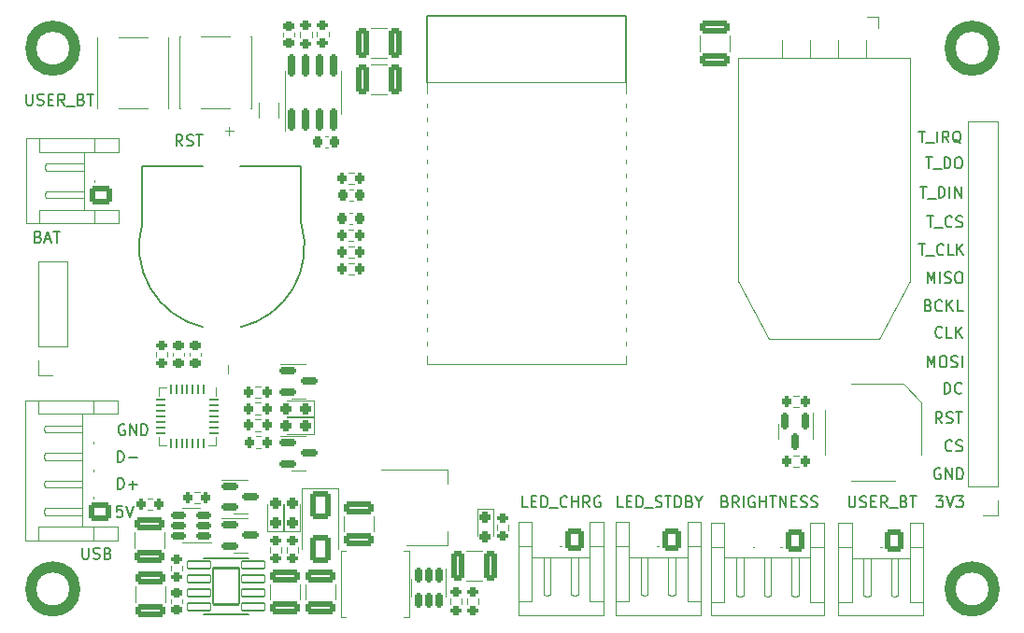
<source format=gbr>
G04 #@! TF.GenerationSoftware,KiCad,Pcbnew,8.0.3-8.0.3-0~ubuntu22.04.1*
G04 #@! TF.CreationDate,2024-07-11T21:40:33+07:00*
G04 #@! TF.ProjectId,kh-gift-hw,6b682d67-6966-4742-9d68-772e6b696361,rev?*
G04 #@! TF.SameCoordinates,Original*
G04 #@! TF.FileFunction,Legend,Top*
G04 #@! TF.FilePolarity,Positive*
%FSLAX46Y46*%
G04 Gerber Fmt 4.6, Leading zero omitted, Abs format (unit mm)*
G04 Created by KiCad (PCBNEW 8.0.3-8.0.3-0~ubuntu22.04.1) date 2024-07-11 21:40:33*
%MOMM*%
%LPD*%
G01*
G04 APERTURE LIST*
G04 Aperture macros list*
%AMRoundRect*
0 Rectangle with rounded corners*
0 $1 Rounding radius*
0 $2 $3 $4 $5 $6 $7 $8 $9 X,Y pos of 4 corners*
0 Add a 4 corners polygon primitive as box body*
4,1,4,$2,$3,$4,$5,$6,$7,$8,$9,$2,$3,0*
0 Add four circle primitives for the rounded corners*
1,1,$1+$1,$2,$3*
1,1,$1+$1,$4,$5*
1,1,$1+$1,$6,$7*
1,1,$1+$1,$8,$9*
0 Add four rect primitives between the rounded corners*
20,1,$1+$1,$2,$3,$4,$5,0*
20,1,$1+$1,$4,$5,$6,$7,0*
20,1,$1+$1,$6,$7,$8,$9,0*
20,1,$1+$1,$8,$9,$2,$3,0*%
G04 Aperture macros list end*
%ADD10C,0.150000*%
%ADD11C,0.050000*%
%ADD12C,0.120000*%
%ADD13C,0.127000*%
%ADD14C,1.000000*%
%ADD15C,0.200000*%
%ADD16C,1.000000*%
%ADD17C,1.300000*%
%ADD18RoundRect,0.150000X0.150000X-0.825000X0.150000X0.825000X-0.150000X0.825000X-0.150000X-0.825000X0*%
%ADD19RoundRect,0.062500X-0.062500X0.337500X-0.062500X-0.337500X0.062500X-0.337500X0.062500X0.337500X0*%
%ADD20RoundRect,0.062500X-0.337500X0.062500X-0.337500X-0.062500X0.337500X-0.062500X0.337500X0.062500X0*%
%ADD21R,3.350000X3.350000*%
%ADD22RoundRect,0.200000X-0.200000X-0.275000X0.200000X-0.275000X0.200000X0.275000X-0.200000X0.275000X0*%
%ADD23RoundRect,0.150000X-0.587500X-0.150000X0.587500X-0.150000X0.587500X0.150000X-0.587500X0.150000X0*%
%ADD24RoundRect,0.250000X0.600000X0.750000X-0.600000X0.750000X-0.600000X-0.750000X0.600000X-0.750000X0*%
%ADD25O,1.700000X2.000000*%
%ADD26RoundRect,0.150000X-0.150000X0.512500X-0.150000X-0.512500X0.150000X-0.512500X0.150000X0.512500X0*%
%ADD27RoundRect,0.225000X0.250000X-0.225000X0.250000X0.225000X-0.250000X0.225000X-0.250000X-0.225000X0*%
%ADD28RoundRect,0.200000X0.275000X-0.200000X0.275000X0.200000X-0.275000X0.200000X-0.275000X-0.200000X0*%
%ADD29RoundRect,0.250000X-0.650000X1.000000X-0.650000X-1.000000X0.650000X-1.000000X0.650000X1.000000X0*%
%ADD30RoundRect,0.200000X-0.275000X0.200000X-0.275000X-0.200000X0.275000X-0.200000X0.275000X0.200000X0*%
%ADD31R,1.300000X1.550000*%
%ADD32RoundRect,0.225000X0.225000X0.250000X-0.225000X0.250000X-0.225000X-0.250000X0.225000X-0.250000X0*%
%ADD33RoundRect,0.237500X0.237500X-0.287500X0.237500X0.287500X-0.237500X0.287500X-0.237500X-0.287500X0*%
%ADD34RoundRect,0.200000X0.200000X0.275000X-0.200000X0.275000X-0.200000X-0.275000X0.200000X-0.275000X0*%
%ADD35RoundRect,0.250000X1.100000X-0.325000X1.100000X0.325000X-1.100000X0.325000X-1.100000X-0.325000X0*%
%ADD36R,2.600000X3.540000*%
%ADD37R,2.600000X3.660000*%
%ADD38R,2.000000X1.500000*%
%ADD39R,2.000000X3.800000*%
%ADD40RoundRect,0.250000X0.325000X1.100000X-0.325000X1.100000X-0.325000X-1.100000X0.325000X-1.100000X0*%
%ADD41RoundRect,0.250000X-1.100000X0.325000X-1.100000X-0.325000X1.100000X-0.325000X1.100000X0.325000X0*%
%ADD42R,1.700000X1.700000*%
%ADD43C,1.524000*%
%ADD44O,1.700000X1.700000*%
%ADD45RoundRect,0.250000X0.750000X-0.600000X0.750000X0.600000X-0.750000X0.600000X-0.750000X-0.600000X0*%
%ADD46O,2.000000X1.700000*%
%ADD47RoundRect,0.056280X-1.030720X-0.345720X1.030720X-0.345720X1.030720X0.345720X-1.030720X0.345720X0*%
%ADD48RoundRect,0.102000X-1.206500X-1.651000X1.206500X-1.651000X1.206500X1.651000X-1.206500X1.651000X0*%
%ADD49RoundRect,0.237500X0.287500X0.237500X-0.287500X0.237500X-0.287500X-0.237500X0.287500X-0.237500X0*%
%ADD50O,3.000000X0.900000*%
%ADD51C,0.800000*%
%ADD52R,5.000000X5.000000*%
%ADD53C,3.000000*%
%ADD54R,1.500000X1.500000*%
%ADD55C,1.500000*%
%ADD56RoundRect,0.250000X0.600000X0.725000X-0.600000X0.725000X-0.600000X-0.725000X0.600000X-0.725000X0*%
%ADD57O,1.700000X1.950000*%
%ADD58RoundRect,0.150000X-0.150000X0.587500X-0.150000X-0.587500X0.150000X-0.587500X0.150000X0.587500X0*%
%ADD59RoundRect,0.250000X-0.325000X-1.100000X0.325000X-1.100000X0.325000X1.100000X-0.325000X1.100000X0*%
%ADD60R,2.195000X2.195000*%
%ADD61RoundRect,0.225000X-0.225000X-0.250000X0.225000X-0.250000X0.225000X0.250000X-0.225000X0.250000X0*%
%ADD62RoundRect,0.250000X0.725000X-0.600000X0.725000X0.600000X-0.725000X0.600000X-0.725000X-0.600000X0*%
%ADD63O,1.950000X1.700000*%
%ADD64R,1.800000X1.000000*%
%ADD65R,4.700000X1.180000*%
%ADD66RoundRect,0.150000X0.512500X0.150000X-0.512500X0.150000X-0.512500X-0.150000X0.512500X-0.150000X0*%
%ADD67RoundRect,0.237500X-0.237500X0.287500X-0.237500X-0.287500X0.237500X-0.287500X0.237500X0.287500X0*%
G04 APERTURE END LIST*
D10*
X38157779Y-140819319D02*
X38157779Y-141628842D01*
X38157779Y-141628842D02*
X38205398Y-141724080D01*
X38205398Y-141724080D02*
X38253017Y-141771700D01*
X38253017Y-141771700D02*
X38348255Y-141819319D01*
X38348255Y-141819319D02*
X38538731Y-141819319D01*
X38538731Y-141819319D02*
X38633969Y-141771700D01*
X38633969Y-141771700D02*
X38681588Y-141724080D01*
X38681588Y-141724080D02*
X38729207Y-141628842D01*
X38729207Y-141628842D02*
X38729207Y-140819319D01*
X39157779Y-141771700D02*
X39300636Y-141819319D01*
X39300636Y-141819319D02*
X39538731Y-141819319D01*
X39538731Y-141819319D02*
X39633969Y-141771700D01*
X39633969Y-141771700D02*
X39681588Y-141724080D01*
X39681588Y-141724080D02*
X39729207Y-141628842D01*
X39729207Y-141628842D02*
X39729207Y-141533604D01*
X39729207Y-141533604D02*
X39681588Y-141438366D01*
X39681588Y-141438366D02*
X39633969Y-141390747D01*
X39633969Y-141390747D02*
X39538731Y-141343128D01*
X39538731Y-141343128D02*
X39348255Y-141295509D01*
X39348255Y-141295509D02*
X39253017Y-141247890D01*
X39253017Y-141247890D02*
X39205398Y-141200271D01*
X39205398Y-141200271D02*
X39157779Y-141105033D01*
X39157779Y-141105033D02*
X39157779Y-141009795D01*
X39157779Y-141009795D02*
X39205398Y-140914557D01*
X39205398Y-140914557D02*
X39253017Y-140866938D01*
X39253017Y-140866938D02*
X39348255Y-140819319D01*
X39348255Y-140819319D02*
X39586350Y-140819319D01*
X39586350Y-140819319D02*
X39729207Y-140866938D01*
X40491112Y-141295509D02*
X40633969Y-141343128D01*
X40633969Y-141343128D02*
X40681588Y-141390747D01*
X40681588Y-141390747D02*
X40729207Y-141485985D01*
X40729207Y-141485985D02*
X40729207Y-141628842D01*
X40729207Y-141628842D02*
X40681588Y-141724080D01*
X40681588Y-141724080D02*
X40633969Y-141771700D01*
X40633969Y-141771700D02*
X40538731Y-141819319D01*
X40538731Y-141819319D02*
X40157779Y-141819319D01*
X40157779Y-141819319D02*
X40157779Y-140819319D01*
X40157779Y-140819319D02*
X40491112Y-140819319D01*
X40491112Y-140819319D02*
X40586350Y-140866938D01*
X40586350Y-140866938D02*
X40633969Y-140914557D01*
X40633969Y-140914557D02*
X40681588Y-141009795D01*
X40681588Y-141009795D02*
X40681588Y-141105033D01*
X40681588Y-141105033D02*
X40633969Y-141200271D01*
X40633969Y-141200271D02*
X40586350Y-141247890D01*
X40586350Y-141247890D02*
X40491112Y-141295509D01*
X40491112Y-141295509D02*
X40157779Y-141295509D01*
X116072207Y-129500319D02*
X115738874Y-129024128D01*
X115500779Y-129500319D02*
X115500779Y-128500319D01*
X115500779Y-128500319D02*
X115881731Y-128500319D01*
X115881731Y-128500319D02*
X115976969Y-128547938D01*
X115976969Y-128547938D02*
X116024588Y-128595557D01*
X116024588Y-128595557D02*
X116072207Y-128690795D01*
X116072207Y-128690795D02*
X116072207Y-128833652D01*
X116072207Y-128833652D02*
X116024588Y-128928890D01*
X116024588Y-128928890D02*
X115976969Y-128976509D01*
X115976969Y-128976509D02*
X115881731Y-129024128D01*
X115881731Y-129024128D02*
X115500779Y-129024128D01*
X116453160Y-129452700D02*
X116596017Y-129500319D01*
X116596017Y-129500319D02*
X116834112Y-129500319D01*
X116834112Y-129500319D02*
X116929350Y-129452700D01*
X116929350Y-129452700D02*
X116976969Y-129405080D01*
X116976969Y-129405080D02*
X117024588Y-129309842D01*
X117024588Y-129309842D02*
X117024588Y-129214604D01*
X117024588Y-129214604D02*
X116976969Y-129119366D01*
X116976969Y-129119366D02*
X116929350Y-129071747D01*
X116929350Y-129071747D02*
X116834112Y-129024128D01*
X116834112Y-129024128D02*
X116643636Y-128976509D01*
X116643636Y-128976509D02*
X116548398Y-128928890D01*
X116548398Y-128928890D02*
X116500779Y-128881271D01*
X116500779Y-128881271D02*
X116453160Y-128786033D01*
X116453160Y-128786033D02*
X116453160Y-128690795D01*
X116453160Y-128690795D02*
X116500779Y-128595557D01*
X116500779Y-128595557D02*
X116548398Y-128547938D01*
X116548398Y-128547938D02*
X116643636Y-128500319D01*
X116643636Y-128500319D02*
X116881731Y-128500319D01*
X116881731Y-128500319D02*
X117024588Y-128547938D01*
X117310303Y-128500319D02*
X117881731Y-128500319D01*
X117596017Y-129500319D02*
X117596017Y-128500319D01*
X116961207Y-131945080D02*
X116913588Y-131992700D01*
X116913588Y-131992700D02*
X116770731Y-132040319D01*
X116770731Y-132040319D02*
X116675493Y-132040319D01*
X116675493Y-132040319D02*
X116532636Y-131992700D01*
X116532636Y-131992700D02*
X116437398Y-131897461D01*
X116437398Y-131897461D02*
X116389779Y-131802223D01*
X116389779Y-131802223D02*
X116342160Y-131611747D01*
X116342160Y-131611747D02*
X116342160Y-131468890D01*
X116342160Y-131468890D02*
X116389779Y-131278414D01*
X116389779Y-131278414D02*
X116437398Y-131183176D01*
X116437398Y-131183176D02*
X116532636Y-131087938D01*
X116532636Y-131087938D02*
X116675493Y-131040319D01*
X116675493Y-131040319D02*
X116770731Y-131040319D01*
X116770731Y-131040319D02*
X116913588Y-131087938D01*
X116913588Y-131087938D02*
X116961207Y-131135557D01*
X117342160Y-131992700D02*
X117485017Y-132040319D01*
X117485017Y-132040319D02*
X117723112Y-132040319D01*
X117723112Y-132040319D02*
X117818350Y-131992700D01*
X117818350Y-131992700D02*
X117865969Y-131945080D01*
X117865969Y-131945080D02*
X117913588Y-131849842D01*
X117913588Y-131849842D02*
X117913588Y-131754604D01*
X117913588Y-131754604D02*
X117865969Y-131659366D01*
X117865969Y-131659366D02*
X117818350Y-131611747D01*
X117818350Y-131611747D02*
X117723112Y-131564128D01*
X117723112Y-131564128D02*
X117532636Y-131516509D01*
X117532636Y-131516509D02*
X117437398Y-131468890D01*
X117437398Y-131468890D02*
X117389779Y-131421271D01*
X117389779Y-131421271D02*
X117342160Y-131326033D01*
X117342160Y-131326033D02*
X117342160Y-131230795D01*
X117342160Y-131230795D02*
X117389779Y-131135557D01*
X117389779Y-131135557D02*
X117437398Y-131087938D01*
X117437398Y-131087938D02*
X117532636Y-131040319D01*
X117532636Y-131040319D02*
X117770731Y-131040319D01*
X117770731Y-131040319D02*
X117913588Y-131087938D01*
X41983588Y-129640138D02*
X41888350Y-129592519D01*
X41888350Y-129592519D02*
X41745493Y-129592519D01*
X41745493Y-129592519D02*
X41602636Y-129640138D01*
X41602636Y-129640138D02*
X41507398Y-129735376D01*
X41507398Y-129735376D02*
X41459779Y-129830614D01*
X41459779Y-129830614D02*
X41412160Y-130021090D01*
X41412160Y-130021090D02*
X41412160Y-130163947D01*
X41412160Y-130163947D02*
X41459779Y-130354423D01*
X41459779Y-130354423D02*
X41507398Y-130449661D01*
X41507398Y-130449661D02*
X41602636Y-130544900D01*
X41602636Y-130544900D02*
X41745493Y-130592519D01*
X41745493Y-130592519D02*
X41840731Y-130592519D01*
X41840731Y-130592519D02*
X41983588Y-130544900D01*
X41983588Y-130544900D02*
X42031207Y-130497280D01*
X42031207Y-130497280D02*
X42031207Y-130163947D01*
X42031207Y-130163947D02*
X41840731Y-130163947D01*
X42459779Y-130592519D02*
X42459779Y-129592519D01*
X42459779Y-129592519D02*
X43031207Y-130592519D01*
X43031207Y-130592519D02*
X43031207Y-129592519D01*
X43507398Y-130592519D02*
X43507398Y-129592519D01*
X43507398Y-129592519D02*
X43745493Y-129592519D01*
X43745493Y-129592519D02*
X43888350Y-129640138D01*
X43888350Y-129640138D02*
X43983588Y-129735376D01*
X43983588Y-129735376D02*
X44031207Y-129830614D01*
X44031207Y-129830614D02*
X44078826Y-130021090D01*
X44078826Y-130021090D02*
X44078826Y-130163947D01*
X44078826Y-130163947D02*
X44031207Y-130354423D01*
X44031207Y-130354423D02*
X43983588Y-130449661D01*
X43983588Y-130449661D02*
X43888350Y-130544900D01*
X43888350Y-130544900D02*
X43745493Y-130592519D01*
X43745493Y-130592519D02*
X43507398Y-130592519D01*
X41358179Y-133030919D02*
X41358179Y-132030919D01*
X41358179Y-132030919D02*
X41596274Y-132030919D01*
X41596274Y-132030919D02*
X41739131Y-132078538D01*
X41739131Y-132078538D02*
X41834369Y-132173776D01*
X41834369Y-132173776D02*
X41881988Y-132269014D01*
X41881988Y-132269014D02*
X41929607Y-132459490D01*
X41929607Y-132459490D02*
X41929607Y-132602347D01*
X41929607Y-132602347D02*
X41881988Y-132792823D01*
X41881988Y-132792823D02*
X41834369Y-132888061D01*
X41834369Y-132888061D02*
X41739131Y-132983300D01*
X41739131Y-132983300D02*
X41596274Y-133030919D01*
X41596274Y-133030919D02*
X41358179Y-133030919D01*
X42358179Y-132649966D02*
X43120084Y-132649966D01*
X115532541Y-136120319D02*
X116151588Y-136120319D01*
X116151588Y-136120319D02*
X115818255Y-136501271D01*
X115818255Y-136501271D02*
X115961112Y-136501271D01*
X115961112Y-136501271D02*
X116056350Y-136548890D01*
X116056350Y-136548890D02*
X116103969Y-136596509D01*
X116103969Y-136596509D02*
X116151588Y-136691747D01*
X116151588Y-136691747D02*
X116151588Y-136929842D01*
X116151588Y-136929842D02*
X116103969Y-137025080D01*
X116103969Y-137025080D02*
X116056350Y-137072700D01*
X116056350Y-137072700D02*
X115961112Y-137120319D01*
X115961112Y-137120319D02*
X115675398Y-137120319D01*
X115675398Y-137120319D02*
X115580160Y-137072700D01*
X115580160Y-137072700D02*
X115532541Y-137025080D01*
X116437303Y-136120319D02*
X116770636Y-137120319D01*
X116770636Y-137120319D02*
X117103969Y-136120319D01*
X117342065Y-136120319D02*
X117961112Y-136120319D01*
X117961112Y-136120319D02*
X117627779Y-136501271D01*
X117627779Y-136501271D02*
X117770636Y-136501271D01*
X117770636Y-136501271D02*
X117865874Y-136548890D01*
X117865874Y-136548890D02*
X117913493Y-136596509D01*
X117913493Y-136596509D02*
X117961112Y-136691747D01*
X117961112Y-136691747D02*
X117961112Y-136929842D01*
X117961112Y-136929842D02*
X117913493Y-137025080D01*
X117913493Y-137025080D02*
X117865874Y-137072700D01*
X117865874Y-137072700D02*
X117770636Y-137120319D01*
X117770636Y-137120319D02*
X117484922Y-137120319D01*
X117484922Y-137120319D02*
X117389684Y-137072700D01*
X117389684Y-137072700D02*
X117342065Y-137025080D01*
X47238207Y-104354319D02*
X46904874Y-103878128D01*
X46666779Y-104354319D02*
X46666779Y-103354319D01*
X46666779Y-103354319D02*
X47047731Y-103354319D01*
X47047731Y-103354319D02*
X47142969Y-103401938D01*
X47142969Y-103401938D02*
X47190588Y-103449557D01*
X47190588Y-103449557D02*
X47238207Y-103544795D01*
X47238207Y-103544795D02*
X47238207Y-103687652D01*
X47238207Y-103687652D02*
X47190588Y-103782890D01*
X47190588Y-103782890D02*
X47142969Y-103830509D01*
X47142969Y-103830509D02*
X47047731Y-103878128D01*
X47047731Y-103878128D02*
X46666779Y-103878128D01*
X47619160Y-104306700D02*
X47762017Y-104354319D01*
X47762017Y-104354319D02*
X48000112Y-104354319D01*
X48000112Y-104354319D02*
X48095350Y-104306700D01*
X48095350Y-104306700D02*
X48142969Y-104259080D01*
X48142969Y-104259080D02*
X48190588Y-104163842D01*
X48190588Y-104163842D02*
X48190588Y-104068604D01*
X48190588Y-104068604D02*
X48142969Y-103973366D01*
X48142969Y-103973366D02*
X48095350Y-103925747D01*
X48095350Y-103925747D02*
X48000112Y-103878128D01*
X48000112Y-103878128D02*
X47809636Y-103830509D01*
X47809636Y-103830509D02*
X47714398Y-103782890D01*
X47714398Y-103782890D02*
X47666779Y-103735271D01*
X47666779Y-103735271D02*
X47619160Y-103640033D01*
X47619160Y-103640033D02*
X47619160Y-103544795D01*
X47619160Y-103544795D02*
X47666779Y-103449557D01*
X47666779Y-103449557D02*
X47714398Y-103401938D01*
X47714398Y-103401938D02*
X47809636Y-103354319D01*
X47809636Y-103354319D02*
X48047731Y-103354319D01*
X48047731Y-103354319D02*
X48190588Y-103401938D01*
X48476303Y-103354319D02*
X49047731Y-103354319D01*
X48762017Y-104354319D02*
X48762017Y-103354319D01*
X33077779Y-99671319D02*
X33077779Y-100480842D01*
X33077779Y-100480842D02*
X33125398Y-100576080D01*
X33125398Y-100576080D02*
X33173017Y-100623700D01*
X33173017Y-100623700D02*
X33268255Y-100671319D01*
X33268255Y-100671319D02*
X33458731Y-100671319D01*
X33458731Y-100671319D02*
X33553969Y-100623700D01*
X33553969Y-100623700D02*
X33601588Y-100576080D01*
X33601588Y-100576080D02*
X33649207Y-100480842D01*
X33649207Y-100480842D02*
X33649207Y-99671319D01*
X34077779Y-100623700D02*
X34220636Y-100671319D01*
X34220636Y-100671319D02*
X34458731Y-100671319D01*
X34458731Y-100671319D02*
X34553969Y-100623700D01*
X34553969Y-100623700D02*
X34601588Y-100576080D01*
X34601588Y-100576080D02*
X34649207Y-100480842D01*
X34649207Y-100480842D02*
X34649207Y-100385604D01*
X34649207Y-100385604D02*
X34601588Y-100290366D01*
X34601588Y-100290366D02*
X34553969Y-100242747D01*
X34553969Y-100242747D02*
X34458731Y-100195128D01*
X34458731Y-100195128D02*
X34268255Y-100147509D01*
X34268255Y-100147509D02*
X34173017Y-100099890D01*
X34173017Y-100099890D02*
X34125398Y-100052271D01*
X34125398Y-100052271D02*
X34077779Y-99957033D01*
X34077779Y-99957033D02*
X34077779Y-99861795D01*
X34077779Y-99861795D02*
X34125398Y-99766557D01*
X34125398Y-99766557D02*
X34173017Y-99718938D01*
X34173017Y-99718938D02*
X34268255Y-99671319D01*
X34268255Y-99671319D02*
X34506350Y-99671319D01*
X34506350Y-99671319D02*
X34649207Y-99718938D01*
X35077779Y-100147509D02*
X35411112Y-100147509D01*
X35553969Y-100671319D02*
X35077779Y-100671319D01*
X35077779Y-100671319D02*
X35077779Y-99671319D01*
X35077779Y-99671319D02*
X35553969Y-99671319D01*
X36553969Y-100671319D02*
X36220636Y-100195128D01*
X35982541Y-100671319D02*
X35982541Y-99671319D01*
X35982541Y-99671319D02*
X36363493Y-99671319D01*
X36363493Y-99671319D02*
X36458731Y-99718938D01*
X36458731Y-99718938D02*
X36506350Y-99766557D01*
X36506350Y-99766557D02*
X36553969Y-99861795D01*
X36553969Y-99861795D02*
X36553969Y-100004652D01*
X36553969Y-100004652D02*
X36506350Y-100099890D01*
X36506350Y-100099890D02*
X36458731Y-100147509D01*
X36458731Y-100147509D02*
X36363493Y-100195128D01*
X36363493Y-100195128D02*
X35982541Y-100195128D01*
X36744446Y-100766557D02*
X37506350Y-100766557D01*
X38077779Y-100147509D02*
X38220636Y-100195128D01*
X38220636Y-100195128D02*
X38268255Y-100242747D01*
X38268255Y-100242747D02*
X38315874Y-100337985D01*
X38315874Y-100337985D02*
X38315874Y-100480842D01*
X38315874Y-100480842D02*
X38268255Y-100576080D01*
X38268255Y-100576080D02*
X38220636Y-100623700D01*
X38220636Y-100623700D02*
X38125398Y-100671319D01*
X38125398Y-100671319D02*
X37744446Y-100671319D01*
X37744446Y-100671319D02*
X37744446Y-99671319D01*
X37744446Y-99671319D02*
X38077779Y-99671319D01*
X38077779Y-99671319D02*
X38173017Y-99718938D01*
X38173017Y-99718938D02*
X38220636Y-99766557D01*
X38220636Y-99766557D02*
X38268255Y-99861795D01*
X38268255Y-99861795D02*
X38268255Y-99957033D01*
X38268255Y-99957033D02*
X38220636Y-100052271D01*
X38220636Y-100052271D02*
X38173017Y-100099890D01*
X38173017Y-100099890D02*
X38077779Y-100147509D01*
X38077779Y-100147509D02*
X37744446Y-100147509D01*
X38601589Y-99671319D02*
X39173017Y-99671319D01*
X38887303Y-100671319D02*
X38887303Y-99671319D01*
X115897588Y-133627938D02*
X115802350Y-133580319D01*
X115802350Y-133580319D02*
X115659493Y-133580319D01*
X115659493Y-133580319D02*
X115516636Y-133627938D01*
X115516636Y-133627938D02*
X115421398Y-133723176D01*
X115421398Y-133723176D02*
X115373779Y-133818414D01*
X115373779Y-133818414D02*
X115326160Y-134008890D01*
X115326160Y-134008890D02*
X115326160Y-134151747D01*
X115326160Y-134151747D02*
X115373779Y-134342223D01*
X115373779Y-134342223D02*
X115421398Y-134437461D01*
X115421398Y-134437461D02*
X115516636Y-134532700D01*
X115516636Y-134532700D02*
X115659493Y-134580319D01*
X115659493Y-134580319D02*
X115754731Y-134580319D01*
X115754731Y-134580319D02*
X115897588Y-134532700D01*
X115897588Y-134532700D02*
X115945207Y-134485080D01*
X115945207Y-134485080D02*
X115945207Y-134151747D01*
X115945207Y-134151747D02*
X115754731Y-134151747D01*
X116373779Y-134580319D02*
X116373779Y-133580319D01*
X116373779Y-133580319D02*
X116945207Y-134580319D01*
X116945207Y-134580319D02*
X116945207Y-133580319D01*
X117421398Y-134580319D02*
X117421398Y-133580319D01*
X117421398Y-133580319D02*
X117659493Y-133580319D01*
X117659493Y-133580319D02*
X117802350Y-133627938D01*
X117802350Y-133627938D02*
X117897588Y-133723176D01*
X117897588Y-133723176D02*
X117945207Y-133818414D01*
X117945207Y-133818414D02*
X117992826Y-134008890D01*
X117992826Y-134008890D02*
X117992826Y-134151747D01*
X117992826Y-134151747D02*
X117945207Y-134342223D01*
X117945207Y-134342223D02*
X117897588Y-134437461D01*
X117897588Y-134437461D02*
X117802350Y-134532700D01*
X117802350Y-134532700D02*
X117659493Y-134580319D01*
X117659493Y-134580319D02*
X117421398Y-134580319D01*
X116072207Y-121658080D02*
X116024588Y-121705700D01*
X116024588Y-121705700D02*
X115881731Y-121753319D01*
X115881731Y-121753319D02*
X115786493Y-121753319D01*
X115786493Y-121753319D02*
X115643636Y-121705700D01*
X115643636Y-121705700D02*
X115548398Y-121610461D01*
X115548398Y-121610461D02*
X115500779Y-121515223D01*
X115500779Y-121515223D02*
X115453160Y-121324747D01*
X115453160Y-121324747D02*
X115453160Y-121181890D01*
X115453160Y-121181890D02*
X115500779Y-120991414D01*
X115500779Y-120991414D02*
X115548398Y-120896176D01*
X115548398Y-120896176D02*
X115643636Y-120800938D01*
X115643636Y-120800938D02*
X115786493Y-120753319D01*
X115786493Y-120753319D02*
X115881731Y-120753319D01*
X115881731Y-120753319D02*
X116024588Y-120800938D01*
X116024588Y-120800938D02*
X116072207Y-120848557D01*
X116976969Y-121753319D02*
X116500779Y-121753319D01*
X116500779Y-121753319D02*
X116500779Y-120753319D01*
X117310303Y-121753319D02*
X117310303Y-120753319D01*
X117881731Y-121753319D02*
X117453160Y-121181890D01*
X117881731Y-120753319D02*
X117310303Y-121324747D01*
X114818112Y-118816509D02*
X114960969Y-118864128D01*
X114960969Y-118864128D02*
X115008588Y-118911747D01*
X115008588Y-118911747D02*
X115056207Y-119006985D01*
X115056207Y-119006985D02*
X115056207Y-119149842D01*
X115056207Y-119149842D02*
X115008588Y-119245080D01*
X115008588Y-119245080D02*
X114960969Y-119292700D01*
X114960969Y-119292700D02*
X114865731Y-119340319D01*
X114865731Y-119340319D02*
X114484779Y-119340319D01*
X114484779Y-119340319D02*
X114484779Y-118340319D01*
X114484779Y-118340319D02*
X114818112Y-118340319D01*
X114818112Y-118340319D02*
X114913350Y-118387938D01*
X114913350Y-118387938D02*
X114960969Y-118435557D01*
X114960969Y-118435557D02*
X115008588Y-118530795D01*
X115008588Y-118530795D02*
X115008588Y-118626033D01*
X115008588Y-118626033D02*
X114960969Y-118721271D01*
X114960969Y-118721271D02*
X114913350Y-118768890D01*
X114913350Y-118768890D02*
X114818112Y-118816509D01*
X114818112Y-118816509D02*
X114484779Y-118816509D01*
X116056207Y-119245080D02*
X116008588Y-119292700D01*
X116008588Y-119292700D02*
X115865731Y-119340319D01*
X115865731Y-119340319D02*
X115770493Y-119340319D01*
X115770493Y-119340319D02*
X115627636Y-119292700D01*
X115627636Y-119292700D02*
X115532398Y-119197461D01*
X115532398Y-119197461D02*
X115484779Y-119102223D01*
X115484779Y-119102223D02*
X115437160Y-118911747D01*
X115437160Y-118911747D02*
X115437160Y-118768890D01*
X115437160Y-118768890D02*
X115484779Y-118578414D01*
X115484779Y-118578414D02*
X115532398Y-118483176D01*
X115532398Y-118483176D02*
X115627636Y-118387938D01*
X115627636Y-118387938D02*
X115770493Y-118340319D01*
X115770493Y-118340319D02*
X115865731Y-118340319D01*
X115865731Y-118340319D02*
X116008588Y-118387938D01*
X116008588Y-118387938D02*
X116056207Y-118435557D01*
X116484779Y-119340319D02*
X116484779Y-118340319D01*
X117056207Y-119340319D02*
X116627636Y-118768890D01*
X117056207Y-118340319D02*
X116484779Y-118911747D01*
X117960969Y-119340319D02*
X117484779Y-119340319D01*
X117484779Y-119340319D02*
X117484779Y-118340319D01*
X116262779Y-126833319D02*
X116262779Y-125833319D01*
X116262779Y-125833319D02*
X116500874Y-125833319D01*
X116500874Y-125833319D02*
X116643731Y-125880938D01*
X116643731Y-125880938D02*
X116738969Y-125976176D01*
X116738969Y-125976176D02*
X116786588Y-126071414D01*
X116786588Y-126071414D02*
X116834207Y-126261890D01*
X116834207Y-126261890D02*
X116834207Y-126404747D01*
X116834207Y-126404747D02*
X116786588Y-126595223D01*
X116786588Y-126595223D02*
X116738969Y-126690461D01*
X116738969Y-126690461D02*
X116643731Y-126785700D01*
X116643731Y-126785700D02*
X116500874Y-126833319D01*
X116500874Y-126833319D02*
X116262779Y-126833319D01*
X117834207Y-126738080D02*
X117786588Y-126785700D01*
X117786588Y-126785700D02*
X117643731Y-126833319D01*
X117643731Y-126833319D02*
X117548493Y-126833319D01*
X117548493Y-126833319D02*
X117405636Y-126785700D01*
X117405636Y-126785700D02*
X117310398Y-126690461D01*
X117310398Y-126690461D02*
X117262779Y-126595223D01*
X117262779Y-126595223D02*
X117215160Y-126404747D01*
X117215160Y-126404747D02*
X117215160Y-126261890D01*
X117215160Y-126261890D02*
X117262779Y-126071414D01*
X117262779Y-126071414D02*
X117310398Y-125976176D01*
X117310398Y-125976176D02*
X117405636Y-125880938D01*
X117405636Y-125880938D02*
X117548493Y-125833319D01*
X117548493Y-125833319D02*
X117643731Y-125833319D01*
X117643731Y-125833319D02*
X117786588Y-125880938D01*
X117786588Y-125880938D02*
X117834207Y-125928557D01*
X41358179Y-135469319D02*
X41358179Y-134469319D01*
X41358179Y-134469319D02*
X41596274Y-134469319D01*
X41596274Y-134469319D02*
X41739131Y-134516938D01*
X41739131Y-134516938D02*
X41834369Y-134612176D01*
X41834369Y-134612176D02*
X41881988Y-134707414D01*
X41881988Y-134707414D02*
X41929607Y-134897890D01*
X41929607Y-134897890D02*
X41929607Y-135040747D01*
X41929607Y-135040747D02*
X41881988Y-135231223D01*
X41881988Y-135231223D02*
X41834369Y-135326461D01*
X41834369Y-135326461D02*
X41739131Y-135421700D01*
X41739131Y-135421700D02*
X41596274Y-135469319D01*
X41596274Y-135469319D02*
X41358179Y-135469319D01*
X42358179Y-135088366D02*
X43120084Y-135088366D01*
X42739131Y-135469319D02*
X42739131Y-134707414D01*
X113960922Y-103024119D02*
X114532350Y-103024119D01*
X114246636Y-104024119D02*
X114246636Y-103024119D01*
X114627589Y-104119357D02*
X115389493Y-104119357D01*
X115627589Y-104024119D02*
X115627589Y-103024119D01*
X116675207Y-104024119D02*
X116341874Y-103547928D01*
X116103779Y-104024119D02*
X116103779Y-103024119D01*
X116103779Y-103024119D02*
X116484731Y-103024119D01*
X116484731Y-103024119D02*
X116579969Y-103071738D01*
X116579969Y-103071738D02*
X116627588Y-103119357D01*
X116627588Y-103119357D02*
X116675207Y-103214595D01*
X116675207Y-103214595D02*
X116675207Y-103357452D01*
X116675207Y-103357452D02*
X116627588Y-103452690D01*
X116627588Y-103452690D02*
X116579969Y-103500309D01*
X116579969Y-103500309D02*
X116484731Y-103547928D01*
X116484731Y-103547928D02*
X116103779Y-103547928D01*
X117770445Y-104119357D02*
X117675207Y-104071738D01*
X117675207Y-104071738D02*
X117579969Y-103976500D01*
X117579969Y-103976500D02*
X117437112Y-103833642D01*
X117437112Y-103833642D02*
X117341874Y-103786023D01*
X117341874Y-103786023D02*
X117246636Y-103786023D01*
X117294255Y-104024119D02*
X117199017Y-103976500D01*
X117199017Y-103976500D02*
X117103779Y-103881261D01*
X117103779Y-103881261D02*
X117056160Y-103690785D01*
X117056160Y-103690785D02*
X117056160Y-103357452D01*
X117056160Y-103357452D02*
X117103779Y-103166976D01*
X117103779Y-103166976D02*
X117199017Y-103071738D01*
X117199017Y-103071738D02*
X117294255Y-103024119D01*
X117294255Y-103024119D02*
X117484731Y-103024119D01*
X117484731Y-103024119D02*
X117579969Y-103071738D01*
X117579969Y-103071738D02*
X117675207Y-103166976D01*
X117675207Y-103166976D02*
X117722826Y-103357452D01*
X117722826Y-103357452D02*
X117722826Y-103690785D01*
X117722826Y-103690785D02*
X117675207Y-103881261D01*
X117675207Y-103881261D02*
X117579969Y-103976500D01*
X117579969Y-103976500D02*
X117484731Y-104024119D01*
X117484731Y-104024119D02*
X117294255Y-104024119D01*
X114722922Y-110720319D02*
X115294350Y-110720319D01*
X115008636Y-111720319D02*
X115008636Y-110720319D01*
X115389589Y-111815557D02*
X116151493Y-111815557D01*
X116961017Y-111625080D02*
X116913398Y-111672700D01*
X116913398Y-111672700D02*
X116770541Y-111720319D01*
X116770541Y-111720319D02*
X116675303Y-111720319D01*
X116675303Y-111720319D02*
X116532446Y-111672700D01*
X116532446Y-111672700D02*
X116437208Y-111577461D01*
X116437208Y-111577461D02*
X116389589Y-111482223D01*
X116389589Y-111482223D02*
X116341970Y-111291747D01*
X116341970Y-111291747D02*
X116341970Y-111148890D01*
X116341970Y-111148890D02*
X116389589Y-110958414D01*
X116389589Y-110958414D02*
X116437208Y-110863176D01*
X116437208Y-110863176D02*
X116532446Y-110767938D01*
X116532446Y-110767938D02*
X116675303Y-110720319D01*
X116675303Y-110720319D02*
X116770541Y-110720319D01*
X116770541Y-110720319D02*
X116913398Y-110767938D01*
X116913398Y-110767938D02*
X116961017Y-110815557D01*
X117341970Y-111672700D02*
X117484827Y-111720319D01*
X117484827Y-111720319D02*
X117722922Y-111720319D01*
X117722922Y-111720319D02*
X117818160Y-111672700D01*
X117818160Y-111672700D02*
X117865779Y-111625080D01*
X117865779Y-111625080D02*
X117913398Y-111529842D01*
X117913398Y-111529842D02*
X117913398Y-111434604D01*
X117913398Y-111434604D02*
X117865779Y-111339366D01*
X117865779Y-111339366D02*
X117818160Y-111291747D01*
X117818160Y-111291747D02*
X117722922Y-111244128D01*
X117722922Y-111244128D02*
X117532446Y-111196509D01*
X117532446Y-111196509D02*
X117437208Y-111148890D01*
X117437208Y-111148890D02*
X117389589Y-111101271D01*
X117389589Y-111101271D02*
X117341970Y-111006033D01*
X117341970Y-111006033D02*
X117341970Y-110910795D01*
X117341970Y-110910795D02*
X117389589Y-110815557D01*
X117389589Y-110815557D02*
X117437208Y-110767938D01*
X117437208Y-110767938D02*
X117532446Y-110720319D01*
X117532446Y-110720319D02*
X117770541Y-110720319D01*
X117770541Y-110720319D02*
X117913398Y-110767938D01*
X114738779Y-116800319D02*
X114738779Y-115800319D01*
X114738779Y-115800319D02*
X115072112Y-116514604D01*
X115072112Y-116514604D02*
X115405445Y-115800319D01*
X115405445Y-115800319D02*
X115405445Y-116800319D01*
X115881636Y-116800319D02*
X115881636Y-115800319D01*
X116310207Y-116752700D02*
X116453064Y-116800319D01*
X116453064Y-116800319D02*
X116691159Y-116800319D01*
X116691159Y-116800319D02*
X116786397Y-116752700D01*
X116786397Y-116752700D02*
X116834016Y-116705080D01*
X116834016Y-116705080D02*
X116881635Y-116609842D01*
X116881635Y-116609842D02*
X116881635Y-116514604D01*
X116881635Y-116514604D02*
X116834016Y-116419366D01*
X116834016Y-116419366D02*
X116786397Y-116371747D01*
X116786397Y-116371747D02*
X116691159Y-116324128D01*
X116691159Y-116324128D02*
X116500683Y-116276509D01*
X116500683Y-116276509D02*
X116405445Y-116228890D01*
X116405445Y-116228890D02*
X116357826Y-116181271D01*
X116357826Y-116181271D02*
X116310207Y-116086033D01*
X116310207Y-116086033D02*
X116310207Y-115990795D01*
X116310207Y-115990795D02*
X116357826Y-115895557D01*
X116357826Y-115895557D02*
X116405445Y-115847938D01*
X116405445Y-115847938D02*
X116500683Y-115800319D01*
X116500683Y-115800319D02*
X116738778Y-115800319D01*
X116738778Y-115800319D02*
X116881635Y-115847938D01*
X117500683Y-115800319D02*
X117691159Y-115800319D01*
X117691159Y-115800319D02*
X117786397Y-115847938D01*
X117786397Y-115847938D02*
X117881635Y-115943176D01*
X117881635Y-115943176D02*
X117929254Y-116133652D01*
X117929254Y-116133652D02*
X117929254Y-116466985D01*
X117929254Y-116466985D02*
X117881635Y-116657461D01*
X117881635Y-116657461D02*
X117786397Y-116752700D01*
X117786397Y-116752700D02*
X117691159Y-116800319D01*
X117691159Y-116800319D02*
X117500683Y-116800319D01*
X117500683Y-116800319D02*
X117405445Y-116752700D01*
X117405445Y-116752700D02*
X117310207Y-116657461D01*
X117310207Y-116657461D02*
X117262588Y-116466985D01*
X117262588Y-116466985D02*
X117262588Y-116133652D01*
X117262588Y-116133652D02*
X117310207Y-115943176D01*
X117310207Y-115943176D02*
X117405445Y-115847938D01*
X117405445Y-115847938D02*
X117500683Y-115800319D01*
X114087922Y-108053319D02*
X114659350Y-108053319D01*
X114373636Y-109053319D02*
X114373636Y-108053319D01*
X114754589Y-109148557D02*
X115516493Y-109148557D01*
X115754589Y-109053319D02*
X115754589Y-108053319D01*
X115754589Y-108053319D02*
X115992684Y-108053319D01*
X115992684Y-108053319D02*
X116135541Y-108100938D01*
X116135541Y-108100938D02*
X116230779Y-108196176D01*
X116230779Y-108196176D02*
X116278398Y-108291414D01*
X116278398Y-108291414D02*
X116326017Y-108481890D01*
X116326017Y-108481890D02*
X116326017Y-108624747D01*
X116326017Y-108624747D02*
X116278398Y-108815223D01*
X116278398Y-108815223D02*
X116230779Y-108910461D01*
X116230779Y-108910461D02*
X116135541Y-109005700D01*
X116135541Y-109005700D02*
X115992684Y-109053319D01*
X115992684Y-109053319D02*
X115754589Y-109053319D01*
X116754589Y-109053319D02*
X116754589Y-108053319D01*
X117230779Y-109053319D02*
X117230779Y-108053319D01*
X117230779Y-108053319D02*
X117802207Y-109053319D01*
X117802207Y-109053319D02*
X117802207Y-108053319D01*
X114595922Y-105386319D02*
X115167350Y-105386319D01*
X114881636Y-106386319D02*
X114881636Y-105386319D01*
X115262589Y-106481557D02*
X116024493Y-106481557D01*
X116262589Y-106386319D02*
X116262589Y-105386319D01*
X116262589Y-105386319D02*
X116500684Y-105386319D01*
X116500684Y-105386319D02*
X116643541Y-105433938D01*
X116643541Y-105433938D02*
X116738779Y-105529176D01*
X116738779Y-105529176D02*
X116786398Y-105624414D01*
X116786398Y-105624414D02*
X116834017Y-105814890D01*
X116834017Y-105814890D02*
X116834017Y-105957747D01*
X116834017Y-105957747D02*
X116786398Y-106148223D01*
X116786398Y-106148223D02*
X116738779Y-106243461D01*
X116738779Y-106243461D02*
X116643541Y-106338700D01*
X116643541Y-106338700D02*
X116500684Y-106386319D01*
X116500684Y-106386319D02*
X116262589Y-106386319D01*
X117453065Y-105386319D02*
X117643541Y-105386319D01*
X117643541Y-105386319D02*
X117738779Y-105433938D01*
X117738779Y-105433938D02*
X117834017Y-105529176D01*
X117834017Y-105529176D02*
X117881636Y-105719652D01*
X117881636Y-105719652D02*
X117881636Y-106052985D01*
X117881636Y-106052985D02*
X117834017Y-106243461D01*
X117834017Y-106243461D02*
X117738779Y-106338700D01*
X117738779Y-106338700D02*
X117643541Y-106386319D01*
X117643541Y-106386319D02*
X117453065Y-106386319D01*
X117453065Y-106386319D02*
X117357827Y-106338700D01*
X117357827Y-106338700D02*
X117262589Y-106243461D01*
X117262589Y-106243461D02*
X117214970Y-106052985D01*
X117214970Y-106052985D02*
X117214970Y-105719652D01*
X117214970Y-105719652D02*
X117262589Y-105529176D01*
X117262589Y-105529176D02*
X117357827Y-105433938D01*
X117357827Y-105433938D02*
X117453065Y-105386319D01*
X107626779Y-136120319D02*
X107626779Y-136929842D01*
X107626779Y-136929842D02*
X107674398Y-137025080D01*
X107674398Y-137025080D02*
X107722017Y-137072700D01*
X107722017Y-137072700D02*
X107817255Y-137120319D01*
X107817255Y-137120319D02*
X108007731Y-137120319D01*
X108007731Y-137120319D02*
X108102969Y-137072700D01*
X108102969Y-137072700D02*
X108150588Y-137025080D01*
X108150588Y-137025080D02*
X108198207Y-136929842D01*
X108198207Y-136929842D02*
X108198207Y-136120319D01*
X108626779Y-137072700D02*
X108769636Y-137120319D01*
X108769636Y-137120319D02*
X109007731Y-137120319D01*
X109007731Y-137120319D02*
X109102969Y-137072700D01*
X109102969Y-137072700D02*
X109150588Y-137025080D01*
X109150588Y-137025080D02*
X109198207Y-136929842D01*
X109198207Y-136929842D02*
X109198207Y-136834604D01*
X109198207Y-136834604D02*
X109150588Y-136739366D01*
X109150588Y-136739366D02*
X109102969Y-136691747D01*
X109102969Y-136691747D02*
X109007731Y-136644128D01*
X109007731Y-136644128D02*
X108817255Y-136596509D01*
X108817255Y-136596509D02*
X108722017Y-136548890D01*
X108722017Y-136548890D02*
X108674398Y-136501271D01*
X108674398Y-136501271D02*
X108626779Y-136406033D01*
X108626779Y-136406033D02*
X108626779Y-136310795D01*
X108626779Y-136310795D02*
X108674398Y-136215557D01*
X108674398Y-136215557D02*
X108722017Y-136167938D01*
X108722017Y-136167938D02*
X108817255Y-136120319D01*
X108817255Y-136120319D02*
X109055350Y-136120319D01*
X109055350Y-136120319D02*
X109198207Y-136167938D01*
X109626779Y-136596509D02*
X109960112Y-136596509D01*
X110102969Y-137120319D02*
X109626779Y-137120319D01*
X109626779Y-137120319D02*
X109626779Y-136120319D01*
X109626779Y-136120319D02*
X110102969Y-136120319D01*
X111102969Y-137120319D02*
X110769636Y-136644128D01*
X110531541Y-137120319D02*
X110531541Y-136120319D01*
X110531541Y-136120319D02*
X110912493Y-136120319D01*
X110912493Y-136120319D02*
X111007731Y-136167938D01*
X111007731Y-136167938D02*
X111055350Y-136215557D01*
X111055350Y-136215557D02*
X111102969Y-136310795D01*
X111102969Y-136310795D02*
X111102969Y-136453652D01*
X111102969Y-136453652D02*
X111055350Y-136548890D01*
X111055350Y-136548890D02*
X111007731Y-136596509D01*
X111007731Y-136596509D02*
X110912493Y-136644128D01*
X110912493Y-136644128D02*
X110531541Y-136644128D01*
X111293446Y-137215557D02*
X112055350Y-137215557D01*
X112626779Y-136596509D02*
X112769636Y-136644128D01*
X112769636Y-136644128D02*
X112817255Y-136691747D01*
X112817255Y-136691747D02*
X112864874Y-136786985D01*
X112864874Y-136786985D02*
X112864874Y-136929842D01*
X112864874Y-136929842D02*
X112817255Y-137025080D01*
X112817255Y-137025080D02*
X112769636Y-137072700D01*
X112769636Y-137072700D02*
X112674398Y-137120319D01*
X112674398Y-137120319D02*
X112293446Y-137120319D01*
X112293446Y-137120319D02*
X112293446Y-136120319D01*
X112293446Y-136120319D02*
X112626779Y-136120319D01*
X112626779Y-136120319D02*
X112722017Y-136167938D01*
X112722017Y-136167938D02*
X112769636Y-136215557D01*
X112769636Y-136215557D02*
X112817255Y-136310795D01*
X112817255Y-136310795D02*
X112817255Y-136406033D01*
X112817255Y-136406033D02*
X112769636Y-136501271D01*
X112769636Y-136501271D02*
X112722017Y-136548890D01*
X112722017Y-136548890D02*
X112626779Y-136596509D01*
X112626779Y-136596509D02*
X112293446Y-136596509D01*
X113150589Y-136120319D02*
X113722017Y-136120319D01*
X113436303Y-137120319D02*
X113436303Y-136120319D01*
X114738779Y-124420319D02*
X114738779Y-123420319D01*
X114738779Y-123420319D02*
X115072112Y-124134604D01*
X115072112Y-124134604D02*
X115405445Y-123420319D01*
X115405445Y-123420319D02*
X115405445Y-124420319D01*
X116072112Y-123420319D02*
X116262588Y-123420319D01*
X116262588Y-123420319D02*
X116357826Y-123467938D01*
X116357826Y-123467938D02*
X116453064Y-123563176D01*
X116453064Y-123563176D02*
X116500683Y-123753652D01*
X116500683Y-123753652D02*
X116500683Y-124086985D01*
X116500683Y-124086985D02*
X116453064Y-124277461D01*
X116453064Y-124277461D02*
X116357826Y-124372700D01*
X116357826Y-124372700D02*
X116262588Y-124420319D01*
X116262588Y-124420319D02*
X116072112Y-124420319D01*
X116072112Y-124420319D02*
X115976874Y-124372700D01*
X115976874Y-124372700D02*
X115881636Y-124277461D01*
X115881636Y-124277461D02*
X115834017Y-124086985D01*
X115834017Y-124086985D02*
X115834017Y-123753652D01*
X115834017Y-123753652D02*
X115881636Y-123563176D01*
X115881636Y-123563176D02*
X115976874Y-123467938D01*
X115976874Y-123467938D02*
X116072112Y-123420319D01*
X116881636Y-124372700D02*
X117024493Y-124420319D01*
X117024493Y-124420319D02*
X117262588Y-124420319D01*
X117262588Y-124420319D02*
X117357826Y-124372700D01*
X117357826Y-124372700D02*
X117405445Y-124325080D01*
X117405445Y-124325080D02*
X117453064Y-124229842D01*
X117453064Y-124229842D02*
X117453064Y-124134604D01*
X117453064Y-124134604D02*
X117405445Y-124039366D01*
X117405445Y-124039366D02*
X117357826Y-123991747D01*
X117357826Y-123991747D02*
X117262588Y-123944128D01*
X117262588Y-123944128D02*
X117072112Y-123896509D01*
X117072112Y-123896509D02*
X116976874Y-123848890D01*
X116976874Y-123848890D02*
X116929255Y-123801271D01*
X116929255Y-123801271D02*
X116881636Y-123706033D01*
X116881636Y-123706033D02*
X116881636Y-123610795D01*
X116881636Y-123610795D02*
X116929255Y-123515557D01*
X116929255Y-123515557D02*
X116976874Y-123467938D01*
X116976874Y-123467938D02*
X117072112Y-123420319D01*
X117072112Y-123420319D02*
X117310207Y-123420319D01*
X117310207Y-123420319D02*
X117453064Y-123467938D01*
X117881636Y-124420319D02*
X117881636Y-123420319D01*
X96403112Y-136596509D02*
X96545969Y-136644128D01*
X96545969Y-136644128D02*
X96593588Y-136691747D01*
X96593588Y-136691747D02*
X96641207Y-136786985D01*
X96641207Y-136786985D02*
X96641207Y-136929842D01*
X96641207Y-136929842D02*
X96593588Y-137025080D01*
X96593588Y-137025080D02*
X96545969Y-137072700D01*
X96545969Y-137072700D02*
X96450731Y-137120319D01*
X96450731Y-137120319D02*
X96069779Y-137120319D01*
X96069779Y-137120319D02*
X96069779Y-136120319D01*
X96069779Y-136120319D02*
X96403112Y-136120319D01*
X96403112Y-136120319D02*
X96498350Y-136167938D01*
X96498350Y-136167938D02*
X96545969Y-136215557D01*
X96545969Y-136215557D02*
X96593588Y-136310795D01*
X96593588Y-136310795D02*
X96593588Y-136406033D01*
X96593588Y-136406033D02*
X96545969Y-136501271D01*
X96545969Y-136501271D02*
X96498350Y-136548890D01*
X96498350Y-136548890D02*
X96403112Y-136596509D01*
X96403112Y-136596509D02*
X96069779Y-136596509D01*
X97641207Y-137120319D02*
X97307874Y-136644128D01*
X97069779Y-137120319D02*
X97069779Y-136120319D01*
X97069779Y-136120319D02*
X97450731Y-136120319D01*
X97450731Y-136120319D02*
X97545969Y-136167938D01*
X97545969Y-136167938D02*
X97593588Y-136215557D01*
X97593588Y-136215557D02*
X97641207Y-136310795D01*
X97641207Y-136310795D02*
X97641207Y-136453652D01*
X97641207Y-136453652D02*
X97593588Y-136548890D01*
X97593588Y-136548890D02*
X97545969Y-136596509D01*
X97545969Y-136596509D02*
X97450731Y-136644128D01*
X97450731Y-136644128D02*
X97069779Y-136644128D01*
X98069779Y-137120319D02*
X98069779Y-136120319D01*
X99069778Y-136167938D02*
X98974540Y-136120319D01*
X98974540Y-136120319D02*
X98831683Y-136120319D01*
X98831683Y-136120319D02*
X98688826Y-136167938D01*
X98688826Y-136167938D02*
X98593588Y-136263176D01*
X98593588Y-136263176D02*
X98545969Y-136358414D01*
X98545969Y-136358414D02*
X98498350Y-136548890D01*
X98498350Y-136548890D02*
X98498350Y-136691747D01*
X98498350Y-136691747D02*
X98545969Y-136882223D01*
X98545969Y-136882223D02*
X98593588Y-136977461D01*
X98593588Y-136977461D02*
X98688826Y-137072700D01*
X98688826Y-137072700D02*
X98831683Y-137120319D01*
X98831683Y-137120319D02*
X98926921Y-137120319D01*
X98926921Y-137120319D02*
X99069778Y-137072700D01*
X99069778Y-137072700D02*
X99117397Y-137025080D01*
X99117397Y-137025080D02*
X99117397Y-136691747D01*
X99117397Y-136691747D02*
X98926921Y-136691747D01*
X99545969Y-137120319D02*
X99545969Y-136120319D01*
X99545969Y-136596509D02*
X100117397Y-136596509D01*
X100117397Y-137120319D02*
X100117397Y-136120319D01*
X100450731Y-136120319D02*
X101022159Y-136120319D01*
X100736445Y-137120319D02*
X100736445Y-136120319D01*
X101355493Y-137120319D02*
X101355493Y-136120319D01*
X101355493Y-136120319D02*
X101926921Y-137120319D01*
X101926921Y-137120319D02*
X101926921Y-136120319D01*
X102403112Y-136596509D02*
X102736445Y-136596509D01*
X102879302Y-137120319D02*
X102403112Y-137120319D01*
X102403112Y-137120319D02*
X102403112Y-136120319D01*
X102403112Y-136120319D02*
X102879302Y-136120319D01*
X103260255Y-137072700D02*
X103403112Y-137120319D01*
X103403112Y-137120319D02*
X103641207Y-137120319D01*
X103641207Y-137120319D02*
X103736445Y-137072700D01*
X103736445Y-137072700D02*
X103784064Y-137025080D01*
X103784064Y-137025080D02*
X103831683Y-136929842D01*
X103831683Y-136929842D02*
X103831683Y-136834604D01*
X103831683Y-136834604D02*
X103784064Y-136739366D01*
X103784064Y-136739366D02*
X103736445Y-136691747D01*
X103736445Y-136691747D02*
X103641207Y-136644128D01*
X103641207Y-136644128D02*
X103450731Y-136596509D01*
X103450731Y-136596509D02*
X103355493Y-136548890D01*
X103355493Y-136548890D02*
X103307874Y-136501271D01*
X103307874Y-136501271D02*
X103260255Y-136406033D01*
X103260255Y-136406033D02*
X103260255Y-136310795D01*
X103260255Y-136310795D02*
X103307874Y-136215557D01*
X103307874Y-136215557D02*
X103355493Y-136167938D01*
X103355493Y-136167938D02*
X103450731Y-136120319D01*
X103450731Y-136120319D02*
X103688826Y-136120319D01*
X103688826Y-136120319D02*
X103831683Y-136167938D01*
X104212636Y-137072700D02*
X104355493Y-137120319D01*
X104355493Y-137120319D02*
X104593588Y-137120319D01*
X104593588Y-137120319D02*
X104688826Y-137072700D01*
X104688826Y-137072700D02*
X104736445Y-137025080D01*
X104736445Y-137025080D02*
X104784064Y-136929842D01*
X104784064Y-136929842D02*
X104784064Y-136834604D01*
X104784064Y-136834604D02*
X104736445Y-136739366D01*
X104736445Y-136739366D02*
X104688826Y-136691747D01*
X104688826Y-136691747D02*
X104593588Y-136644128D01*
X104593588Y-136644128D02*
X104403112Y-136596509D01*
X104403112Y-136596509D02*
X104307874Y-136548890D01*
X104307874Y-136548890D02*
X104260255Y-136501271D01*
X104260255Y-136501271D02*
X104212636Y-136406033D01*
X104212636Y-136406033D02*
X104212636Y-136310795D01*
X104212636Y-136310795D02*
X104260255Y-136215557D01*
X104260255Y-136215557D02*
X104307874Y-136167938D01*
X104307874Y-136167938D02*
X104403112Y-136120319D01*
X104403112Y-136120319D02*
X104641207Y-136120319D01*
X104641207Y-136120319D02*
X104784064Y-136167938D01*
X87147969Y-137120319D02*
X86671779Y-137120319D01*
X86671779Y-137120319D02*
X86671779Y-136120319D01*
X87481303Y-136596509D02*
X87814636Y-136596509D01*
X87957493Y-137120319D02*
X87481303Y-137120319D01*
X87481303Y-137120319D02*
X87481303Y-136120319D01*
X87481303Y-136120319D02*
X87957493Y-136120319D01*
X88386065Y-137120319D02*
X88386065Y-136120319D01*
X88386065Y-136120319D02*
X88624160Y-136120319D01*
X88624160Y-136120319D02*
X88767017Y-136167938D01*
X88767017Y-136167938D02*
X88862255Y-136263176D01*
X88862255Y-136263176D02*
X88909874Y-136358414D01*
X88909874Y-136358414D02*
X88957493Y-136548890D01*
X88957493Y-136548890D02*
X88957493Y-136691747D01*
X88957493Y-136691747D02*
X88909874Y-136882223D01*
X88909874Y-136882223D02*
X88862255Y-136977461D01*
X88862255Y-136977461D02*
X88767017Y-137072700D01*
X88767017Y-137072700D02*
X88624160Y-137120319D01*
X88624160Y-137120319D02*
X88386065Y-137120319D01*
X89147970Y-137215557D02*
X89909874Y-137215557D01*
X90100351Y-137072700D02*
X90243208Y-137120319D01*
X90243208Y-137120319D02*
X90481303Y-137120319D01*
X90481303Y-137120319D02*
X90576541Y-137072700D01*
X90576541Y-137072700D02*
X90624160Y-137025080D01*
X90624160Y-137025080D02*
X90671779Y-136929842D01*
X90671779Y-136929842D02*
X90671779Y-136834604D01*
X90671779Y-136834604D02*
X90624160Y-136739366D01*
X90624160Y-136739366D02*
X90576541Y-136691747D01*
X90576541Y-136691747D02*
X90481303Y-136644128D01*
X90481303Y-136644128D02*
X90290827Y-136596509D01*
X90290827Y-136596509D02*
X90195589Y-136548890D01*
X90195589Y-136548890D02*
X90147970Y-136501271D01*
X90147970Y-136501271D02*
X90100351Y-136406033D01*
X90100351Y-136406033D02*
X90100351Y-136310795D01*
X90100351Y-136310795D02*
X90147970Y-136215557D01*
X90147970Y-136215557D02*
X90195589Y-136167938D01*
X90195589Y-136167938D02*
X90290827Y-136120319D01*
X90290827Y-136120319D02*
X90528922Y-136120319D01*
X90528922Y-136120319D02*
X90671779Y-136167938D01*
X90957494Y-136120319D02*
X91528922Y-136120319D01*
X91243208Y-137120319D02*
X91243208Y-136120319D01*
X91862256Y-137120319D02*
X91862256Y-136120319D01*
X91862256Y-136120319D02*
X92100351Y-136120319D01*
X92100351Y-136120319D02*
X92243208Y-136167938D01*
X92243208Y-136167938D02*
X92338446Y-136263176D01*
X92338446Y-136263176D02*
X92386065Y-136358414D01*
X92386065Y-136358414D02*
X92433684Y-136548890D01*
X92433684Y-136548890D02*
X92433684Y-136691747D01*
X92433684Y-136691747D02*
X92386065Y-136882223D01*
X92386065Y-136882223D02*
X92338446Y-136977461D01*
X92338446Y-136977461D02*
X92243208Y-137072700D01*
X92243208Y-137072700D02*
X92100351Y-137120319D01*
X92100351Y-137120319D02*
X91862256Y-137120319D01*
X93195589Y-136596509D02*
X93338446Y-136644128D01*
X93338446Y-136644128D02*
X93386065Y-136691747D01*
X93386065Y-136691747D02*
X93433684Y-136786985D01*
X93433684Y-136786985D02*
X93433684Y-136929842D01*
X93433684Y-136929842D02*
X93386065Y-137025080D01*
X93386065Y-137025080D02*
X93338446Y-137072700D01*
X93338446Y-137072700D02*
X93243208Y-137120319D01*
X93243208Y-137120319D02*
X92862256Y-137120319D01*
X92862256Y-137120319D02*
X92862256Y-136120319D01*
X92862256Y-136120319D02*
X93195589Y-136120319D01*
X93195589Y-136120319D02*
X93290827Y-136167938D01*
X93290827Y-136167938D02*
X93338446Y-136215557D01*
X93338446Y-136215557D02*
X93386065Y-136310795D01*
X93386065Y-136310795D02*
X93386065Y-136406033D01*
X93386065Y-136406033D02*
X93338446Y-136501271D01*
X93338446Y-136501271D02*
X93290827Y-136548890D01*
X93290827Y-136548890D02*
X93195589Y-136596509D01*
X93195589Y-136596509D02*
X92862256Y-136596509D01*
X94052732Y-136644128D02*
X94052732Y-137120319D01*
X93719399Y-136120319D02*
X94052732Y-136644128D01*
X94052732Y-136644128D02*
X94386065Y-136120319D01*
X78511969Y-137120319D02*
X78035779Y-137120319D01*
X78035779Y-137120319D02*
X78035779Y-136120319D01*
X78845303Y-136596509D02*
X79178636Y-136596509D01*
X79321493Y-137120319D02*
X78845303Y-137120319D01*
X78845303Y-137120319D02*
X78845303Y-136120319D01*
X78845303Y-136120319D02*
X79321493Y-136120319D01*
X79750065Y-137120319D02*
X79750065Y-136120319D01*
X79750065Y-136120319D02*
X79988160Y-136120319D01*
X79988160Y-136120319D02*
X80131017Y-136167938D01*
X80131017Y-136167938D02*
X80226255Y-136263176D01*
X80226255Y-136263176D02*
X80273874Y-136358414D01*
X80273874Y-136358414D02*
X80321493Y-136548890D01*
X80321493Y-136548890D02*
X80321493Y-136691747D01*
X80321493Y-136691747D02*
X80273874Y-136882223D01*
X80273874Y-136882223D02*
X80226255Y-136977461D01*
X80226255Y-136977461D02*
X80131017Y-137072700D01*
X80131017Y-137072700D02*
X79988160Y-137120319D01*
X79988160Y-137120319D02*
X79750065Y-137120319D01*
X80511970Y-137215557D02*
X81273874Y-137215557D01*
X82083398Y-137025080D02*
X82035779Y-137072700D01*
X82035779Y-137072700D02*
X81892922Y-137120319D01*
X81892922Y-137120319D02*
X81797684Y-137120319D01*
X81797684Y-137120319D02*
X81654827Y-137072700D01*
X81654827Y-137072700D02*
X81559589Y-136977461D01*
X81559589Y-136977461D02*
X81511970Y-136882223D01*
X81511970Y-136882223D02*
X81464351Y-136691747D01*
X81464351Y-136691747D02*
X81464351Y-136548890D01*
X81464351Y-136548890D02*
X81511970Y-136358414D01*
X81511970Y-136358414D02*
X81559589Y-136263176D01*
X81559589Y-136263176D02*
X81654827Y-136167938D01*
X81654827Y-136167938D02*
X81797684Y-136120319D01*
X81797684Y-136120319D02*
X81892922Y-136120319D01*
X81892922Y-136120319D02*
X82035779Y-136167938D01*
X82035779Y-136167938D02*
X82083398Y-136215557D01*
X82511970Y-137120319D02*
X82511970Y-136120319D01*
X82511970Y-136596509D02*
X83083398Y-136596509D01*
X83083398Y-137120319D02*
X83083398Y-136120319D01*
X84131017Y-137120319D02*
X83797684Y-136644128D01*
X83559589Y-137120319D02*
X83559589Y-136120319D01*
X83559589Y-136120319D02*
X83940541Y-136120319D01*
X83940541Y-136120319D02*
X84035779Y-136167938D01*
X84035779Y-136167938D02*
X84083398Y-136215557D01*
X84083398Y-136215557D02*
X84131017Y-136310795D01*
X84131017Y-136310795D02*
X84131017Y-136453652D01*
X84131017Y-136453652D02*
X84083398Y-136548890D01*
X84083398Y-136548890D02*
X84035779Y-136596509D01*
X84035779Y-136596509D02*
X83940541Y-136644128D01*
X83940541Y-136644128D02*
X83559589Y-136644128D01*
X85083398Y-136167938D02*
X84988160Y-136120319D01*
X84988160Y-136120319D02*
X84845303Y-136120319D01*
X84845303Y-136120319D02*
X84702446Y-136167938D01*
X84702446Y-136167938D02*
X84607208Y-136263176D01*
X84607208Y-136263176D02*
X84559589Y-136358414D01*
X84559589Y-136358414D02*
X84511970Y-136548890D01*
X84511970Y-136548890D02*
X84511970Y-136691747D01*
X84511970Y-136691747D02*
X84559589Y-136882223D01*
X84559589Y-136882223D02*
X84607208Y-136977461D01*
X84607208Y-136977461D02*
X84702446Y-137072700D01*
X84702446Y-137072700D02*
X84845303Y-137120319D01*
X84845303Y-137120319D02*
X84940541Y-137120319D01*
X84940541Y-137120319D02*
X85083398Y-137072700D01*
X85083398Y-137072700D02*
X85131017Y-137025080D01*
X85131017Y-137025080D02*
X85131017Y-136691747D01*
X85131017Y-136691747D02*
X84940541Y-136691747D01*
X34173112Y-112593509D02*
X34315969Y-112641128D01*
X34315969Y-112641128D02*
X34363588Y-112688747D01*
X34363588Y-112688747D02*
X34411207Y-112783985D01*
X34411207Y-112783985D02*
X34411207Y-112926842D01*
X34411207Y-112926842D02*
X34363588Y-113022080D01*
X34363588Y-113022080D02*
X34315969Y-113069700D01*
X34315969Y-113069700D02*
X34220731Y-113117319D01*
X34220731Y-113117319D02*
X33839779Y-113117319D01*
X33839779Y-113117319D02*
X33839779Y-112117319D01*
X33839779Y-112117319D02*
X34173112Y-112117319D01*
X34173112Y-112117319D02*
X34268350Y-112164938D01*
X34268350Y-112164938D02*
X34315969Y-112212557D01*
X34315969Y-112212557D02*
X34363588Y-112307795D01*
X34363588Y-112307795D02*
X34363588Y-112403033D01*
X34363588Y-112403033D02*
X34315969Y-112498271D01*
X34315969Y-112498271D02*
X34268350Y-112545890D01*
X34268350Y-112545890D02*
X34173112Y-112593509D01*
X34173112Y-112593509D02*
X33839779Y-112593509D01*
X34792160Y-112831604D02*
X35268350Y-112831604D01*
X34696922Y-113117319D02*
X35030255Y-112117319D01*
X35030255Y-112117319D02*
X35363588Y-113117319D01*
X35554065Y-112117319D02*
X36125493Y-112117319D01*
X35839779Y-113117319D02*
X35839779Y-112117319D01*
X41783569Y-137009319D02*
X41307379Y-137009319D01*
X41307379Y-137009319D02*
X41259760Y-137485509D01*
X41259760Y-137485509D02*
X41307379Y-137437890D01*
X41307379Y-137437890D02*
X41402617Y-137390271D01*
X41402617Y-137390271D02*
X41640712Y-137390271D01*
X41640712Y-137390271D02*
X41735950Y-137437890D01*
X41735950Y-137437890D02*
X41783569Y-137485509D01*
X41783569Y-137485509D02*
X41831188Y-137580747D01*
X41831188Y-137580747D02*
X41831188Y-137818842D01*
X41831188Y-137818842D02*
X41783569Y-137914080D01*
X41783569Y-137914080D02*
X41735950Y-137961700D01*
X41735950Y-137961700D02*
X41640712Y-138009319D01*
X41640712Y-138009319D02*
X41402617Y-138009319D01*
X41402617Y-138009319D02*
X41307379Y-137961700D01*
X41307379Y-137961700D02*
X41259760Y-137914080D01*
X42116903Y-137009319D02*
X42450236Y-138009319D01*
X42450236Y-138009319D02*
X42783569Y-137009319D01*
X113960922Y-113260319D02*
X114532350Y-113260319D01*
X114246636Y-114260319D02*
X114246636Y-113260319D01*
X114627589Y-114355557D02*
X115389493Y-114355557D01*
X116199017Y-114165080D02*
X116151398Y-114212700D01*
X116151398Y-114212700D02*
X116008541Y-114260319D01*
X116008541Y-114260319D02*
X115913303Y-114260319D01*
X115913303Y-114260319D02*
X115770446Y-114212700D01*
X115770446Y-114212700D02*
X115675208Y-114117461D01*
X115675208Y-114117461D02*
X115627589Y-114022223D01*
X115627589Y-114022223D02*
X115579970Y-113831747D01*
X115579970Y-113831747D02*
X115579970Y-113688890D01*
X115579970Y-113688890D02*
X115627589Y-113498414D01*
X115627589Y-113498414D02*
X115675208Y-113403176D01*
X115675208Y-113403176D02*
X115770446Y-113307938D01*
X115770446Y-113307938D02*
X115913303Y-113260319D01*
X115913303Y-113260319D02*
X116008541Y-113260319D01*
X116008541Y-113260319D02*
X116151398Y-113307938D01*
X116151398Y-113307938D02*
X116199017Y-113355557D01*
X117103779Y-114260319D02*
X116627589Y-114260319D01*
X116627589Y-114260319D02*
X116627589Y-113260319D01*
X117437113Y-114260319D02*
X117437113Y-113260319D01*
X118008541Y-114260319D02*
X117579970Y-113688890D01*
X118008541Y-113260319D02*
X117437113Y-113831747D01*
D11*
X51446066Y-103378451D02*
X51446066Y-102616547D01*
X51827019Y-102997499D02*
X51065114Y-102997499D01*
X51396066Y-125008451D02*
X51396066Y-124246547D01*
D12*
X56487000Y-99497500D02*
X56487000Y-97547500D01*
X56487000Y-99497500D02*
X56487000Y-102947500D01*
X61607000Y-99497500D02*
X61607000Y-97547500D01*
X61607000Y-99497500D02*
X61607000Y-101447500D01*
X45061200Y-126286700D02*
X45786200Y-126286700D01*
X45061200Y-127011700D02*
X45061200Y-126286700D01*
X45061200Y-130781700D02*
X45061200Y-131506700D01*
X45061200Y-131506700D02*
X45786200Y-131506700D01*
X50281200Y-127011700D02*
X50281200Y-126286700D01*
X50281200Y-130781700D02*
X50281200Y-131506700D01*
X50281200Y-131506700D02*
X49556200Y-131506700D01*
X53848942Y-129154200D02*
X54323458Y-129154200D01*
X53848942Y-130199200D02*
X54323458Y-130199200D01*
X52479500Y-134612500D02*
X50804500Y-134612500D01*
X52479500Y-134612500D02*
X53129500Y-134612500D01*
X52479500Y-137732500D02*
X51829500Y-137732500D01*
X52479500Y-137732500D02*
X53129500Y-137732500D01*
X106657000Y-138515000D02*
X107877000Y-138515000D01*
X106657000Y-145715000D02*
X107877000Y-145715000D01*
X106657000Y-146935000D02*
X106657000Y-138515000D01*
X107877000Y-138515000D02*
X107877000Y-140715000D01*
X107877000Y-140715000D02*
X106657000Y-140715000D01*
X107877000Y-145715000D02*
X107877000Y-140715000D01*
X108947000Y-141715000D02*
X109267000Y-141715000D01*
X108947000Y-145135000D02*
X108947000Y-141715000D01*
X109267000Y-141715000D02*
X109587000Y-141715000D01*
X109267000Y-145215000D02*
X108947000Y-145135000D01*
X109587000Y-141715000D02*
X109587000Y-145135000D01*
X109587000Y-145135000D02*
X109267000Y-145215000D01*
X110597000Y-140715000D02*
X110437000Y-140715000D01*
X111447000Y-141715000D02*
X111767000Y-141715000D01*
X111447000Y-145135000D02*
X111447000Y-141715000D01*
X111767000Y-141715000D02*
X112087000Y-141715000D01*
X111767000Y-145215000D02*
X111447000Y-145135000D01*
X112087000Y-141715000D02*
X112087000Y-145135000D01*
X112087000Y-145135000D02*
X111767000Y-145215000D01*
X113157000Y-138515000D02*
X114377000Y-138515000D01*
X113157000Y-140715000D02*
X113157000Y-138515000D01*
X113157000Y-140715000D02*
X114377000Y-140715000D01*
X113157000Y-141715000D02*
X107877000Y-141715000D01*
X113157000Y-145715000D02*
X113157000Y-140715000D01*
X114377000Y-138515000D02*
X114377000Y-146935000D01*
X114377000Y-145715000D02*
X113157000Y-145715000D01*
X114377000Y-146935000D02*
X106657000Y-146935000D01*
X67982000Y-144447500D02*
X67982000Y-143647500D01*
X67982000Y-144447500D02*
X67982000Y-145247500D01*
X71102000Y-144447500D02*
X71102000Y-142647500D01*
X71102000Y-144447500D02*
X71102000Y-145247500D01*
X57744500Y-124142700D02*
X56069500Y-124142700D01*
X57744500Y-124142700D02*
X58394500Y-124142700D01*
X57744500Y-127262700D02*
X57094500Y-127262700D01*
X57744500Y-127262700D02*
X58394500Y-127262700D01*
X46361200Y-123407280D02*
X46361200Y-123126120D01*
X47381200Y-123407280D02*
X47381200Y-123126120D01*
X53823942Y-126144200D02*
X54298458Y-126144200D01*
X53823942Y-127189200D02*
X54298458Y-127189200D01*
X73044500Y-145884758D02*
X73044500Y-145410242D01*
X74089500Y-145884758D02*
X74089500Y-145410242D01*
X58067000Y-135387500D02*
X58067000Y-140897500D01*
X61367000Y-135387500D02*
X58067000Y-135387500D01*
X61367000Y-135387500D02*
X61367000Y-140897500D01*
X53873942Y-130704200D02*
X54348458Y-130704200D01*
X53873942Y-131749200D02*
X54348458Y-131749200D01*
X56669500Y-140735242D02*
X56669500Y-141209758D01*
X57714500Y-140735242D02*
X57714500Y-141209758D01*
X59424500Y-93985242D02*
X59424500Y-94459758D01*
X60469500Y-93985242D02*
X60469500Y-94459758D01*
X39507000Y-94477500D02*
X39507000Y-100937500D01*
X39507000Y-94477500D02*
X39537000Y-94477500D01*
X39507000Y-100937500D02*
X39537000Y-100937500D01*
X44037000Y-94477500D02*
X41437000Y-94477500D01*
X44037000Y-100937500D02*
X41437000Y-100937500D01*
X45937000Y-94477500D02*
X45967000Y-94477500D01*
X45967000Y-94477500D02*
X45967000Y-100937500D01*
X45967000Y-100937500D02*
X45937000Y-100937500D01*
X46167000Y-145778080D02*
X46167000Y-145496920D01*
X47187000Y-145778080D02*
X47187000Y-145496920D01*
X57899500Y-94010242D02*
X57899500Y-94484758D01*
X58944500Y-94010242D02*
X58944500Y-94484758D01*
X62665380Y-108323900D02*
X62384220Y-108323900D01*
X62665380Y-109343900D02*
X62384220Y-109343900D01*
X54916800Y-136872500D02*
X54916800Y-139332500D01*
X54916800Y-139332500D02*
X56386800Y-139332500D01*
X56386800Y-139332500D02*
X56386800Y-136872500D01*
X44535258Y-136347000D02*
X44060742Y-136347000D01*
X44535258Y-137392000D02*
X44060742Y-137392000D01*
X55182000Y-145508752D02*
X55182000Y-144086248D01*
X57902000Y-145508752D02*
X57902000Y-144086248D01*
X62632580Y-110467500D02*
X62351420Y-110467500D01*
X62632580Y-111487500D02*
X62351420Y-111487500D01*
D13*
X43597000Y-111387500D02*
X43597000Y-106187500D01*
X49097000Y-106187500D02*
X43597000Y-106187500D01*
X52497000Y-106187500D02*
X57997000Y-106187500D01*
X57997000Y-111387500D02*
X57997000Y-106187500D01*
X49097001Y-120787500D02*
G75*
G02*
X43597000Y-111387500I1710133J7309653D01*
G01*
X57997000Y-111387499D02*
G75*
G02*
X52497000Y-120787501I-7210133J-2090349D01*
G01*
D12*
X65242000Y-133712500D02*
X71252000Y-133712500D01*
X67492000Y-140532500D02*
X71252000Y-140532500D01*
X71252000Y-133712500D02*
X71252000Y-134972500D01*
X71252000Y-140532500D02*
X71252000Y-139272500D01*
X65710252Y-96952300D02*
X64287748Y-96952300D01*
X65710252Y-99672300D02*
X64287748Y-99672300D01*
X42952000Y-145758752D02*
X42952000Y-144336248D01*
X45672000Y-145758752D02*
X45672000Y-144336248D01*
X62272542Y-106781400D02*
X62747058Y-106781400D01*
X62272542Y-107826400D02*
X62747058Y-107826400D01*
X57747000Y-130652700D02*
X56072000Y-130652700D01*
X57747000Y-130652700D02*
X58397000Y-130652700D01*
X57747000Y-133772700D02*
X57097000Y-133772700D01*
X57747000Y-133772700D02*
X58397000Y-133772700D01*
X42882000Y-139361248D02*
X42882000Y-140783752D01*
X45602000Y-139361248D02*
X45602000Y-140783752D01*
X44798700Y-123034442D02*
X44798700Y-123508958D01*
X45843700Y-123034442D02*
X45843700Y-123508958D01*
X34137000Y-122527500D02*
X34137000Y-114847500D01*
X34137000Y-125127500D02*
X34137000Y-123797500D01*
X35467000Y-125127500D02*
X34137000Y-125127500D01*
X36797000Y-114847500D02*
X34137000Y-114847500D01*
X36797000Y-122527500D02*
X34137000Y-122527500D01*
X36797000Y-122527500D02*
X36797000Y-114847500D01*
X118432600Y-135225300D02*
X118432600Y-102145300D01*
X121092600Y-102145300D02*
X118432600Y-102145300D01*
X121092600Y-135225300D02*
X118432600Y-135225300D01*
X121092600Y-135225300D02*
X121092600Y-102145300D01*
X121092600Y-136495300D02*
X121092600Y-137825300D01*
X121092600Y-137825300D02*
X119762600Y-137825300D01*
D14*
X37487000Y-95497500D02*
G75*
G02*
X33487000Y-95497500I-2000000J0D01*
G01*
X33487000Y-95497500D02*
G75*
G02*
X37487000Y-95497500I2000000J0D01*
G01*
X37487000Y-144537500D02*
G75*
G02*
X33487000Y-144537500I-2000000J0D01*
G01*
X33487000Y-144537500D02*
G75*
G02*
X37487000Y-144537500I2000000J0D01*
G01*
X120787000Y-95497500D02*
G75*
G02*
X116787000Y-95497500I-2000000J0D01*
G01*
X116787000Y-95497500D02*
G75*
G02*
X120787000Y-95497500I2000000J0D01*
G01*
X120787000Y-144537500D02*
G75*
G02*
X116787000Y-144537500I-2000000J0D01*
G01*
X116787000Y-144537500D02*
G75*
G02*
X120787000Y-144537500I2000000J0D01*
G01*
D12*
X33059500Y-103677500D02*
X41479500Y-103677500D01*
X33059500Y-111397500D02*
X33059500Y-103677500D01*
X34279500Y-103677500D02*
X34279500Y-104897500D01*
X34279500Y-104897500D02*
X39279500Y-104897500D01*
X34279500Y-110177500D02*
X39279500Y-110177500D01*
X34279500Y-111397500D02*
X34279500Y-110177500D01*
X34779500Y-106287500D02*
X34859500Y-105967500D01*
X34779500Y-108787500D02*
X34859500Y-108467500D01*
X34859500Y-105967500D02*
X38279500Y-105967500D01*
X34859500Y-106607500D02*
X34779500Y-106287500D01*
X34859500Y-108467500D02*
X38279500Y-108467500D01*
X34859500Y-109107500D02*
X34779500Y-108787500D01*
X38279500Y-105967500D02*
X38279500Y-106287500D01*
X38279500Y-106287500D02*
X38279500Y-106607500D01*
X38279500Y-106607500D02*
X34859500Y-106607500D01*
X38279500Y-108467500D02*
X38279500Y-108787500D01*
X38279500Y-108787500D02*
X38279500Y-109107500D01*
X38279500Y-109107500D02*
X34859500Y-109107500D01*
X38279500Y-110177500D02*
X38279500Y-104897500D01*
X39279500Y-104897500D02*
X39279500Y-103677500D01*
X39279500Y-107617500D02*
X39279500Y-107457500D01*
X39279500Y-110177500D02*
X39279500Y-111397500D01*
X39279500Y-110177500D02*
X41479500Y-110177500D01*
X41479500Y-103677500D02*
X41479500Y-104897500D01*
X41479500Y-104897500D02*
X39279500Y-104897500D01*
X41479500Y-110177500D02*
X41479500Y-111397500D01*
X41479500Y-111397500D02*
X33059500Y-111397500D01*
X103056258Y-126988000D02*
X102581742Y-126988000D01*
X103056258Y-128033000D02*
X102581742Y-128033000D01*
X86482000Y-138477500D02*
X87702000Y-138477500D01*
X86482000Y-145677500D02*
X87702000Y-145677500D01*
X86482000Y-146897500D02*
X86482000Y-138477500D01*
X87702000Y-138477500D02*
X87702000Y-140677500D01*
X87702000Y-140677500D02*
X86482000Y-140677500D01*
X87702000Y-145677500D02*
X87702000Y-140677500D01*
X88772000Y-141677500D02*
X89092000Y-141677500D01*
X88772000Y-145097500D02*
X88772000Y-141677500D01*
X89092000Y-141677500D02*
X89412000Y-141677500D01*
X89092000Y-145177500D02*
X88772000Y-145097500D01*
X89412000Y-141677500D02*
X89412000Y-145097500D01*
X89412000Y-145097500D02*
X89092000Y-145177500D01*
X90422000Y-140677500D02*
X90262000Y-140677500D01*
X91272000Y-141677500D02*
X91592000Y-141677500D01*
X91272000Y-145097500D02*
X91272000Y-141677500D01*
X91592000Y-141677500D02*
X91912000Y-141677500D01*
X91592000Y-145177500D02*
X91272000Y-145097500D01*
X91912000Y-141677500D02*
X91912000Y-145097500D01*
X91912000Y-145097500D02*
X91592000Y-145177500D01*
X92982000Y-138477500D02*
X94202000Y-138477500D01*
X92982000Y-140677500D02*
X92982000Y-138477500D01*
X92982000Y-140677500D02*
X94202000Y-140677500D01*
X92982000Y-141677500D02*
X87702000Y-141677500D01*
X92982000Y-145677500D02*
X92982000Y-140677500D01*
X94202000Y-138477500D02*
X94202000Y-146897500D01*
X94202000Y-145677500D02*
X92982000Y-145677500D01*
X94202000Y-146897500D02*
X86482000Y-146897500D01*
D13*
X49192000Y-141742500D02*
X53192000Y-141742500D01*
X49192000Y-146842500D02*
X53192000Y-146842500D01*
D15*
X46847000Y-141787500D02*
G75*
G02*
X46647000Y-141787500I-100000J0D01*
G01*
X46647000Y-141787500D02*
G75*
G02*
X46847000Y-141787500I100000J0D01*
G01*
D12*
X47861200Y-123407280D02*
X47861200Y-123126120D01*
X48881200Y-123407280D02*
X48881200Y-123126120D01*
X52479500Y-138112500D02*
X50804500Y-138112500D01*
X52479500Y-138112500D02*
X53129500Y-138112500D01*
X52479500Y-141232500D02*
X51829500Y-141232500D01*
X52479500Y-141232500D02*
X53129500Y-141232500D01*
X56689500Y-130457700D02*
X59149500Y-130457700D01*
X59149500Y-128987700D02*
X56689500Y-128987700D01*
X59149500Y-130457700D02*
X59149500Y-128987700D01*
X56387000Y-94388080D02*
X56387000Y-94106920D01*
X57407000Y-94388080D02*
X57407000Y-94106920D01*
X71519500Y-145410242D02*
X71519500Y-145884758D01*
X72564500Y-145410242D02*
X72564500Y-145884758D01*
X48304742Y-135727000D02*
X48779258Y-135727000D01*
X48304742Y-136772000D02*
X48779258Y-136772000D01*
D10*
X69375000Y-98552500D02*
X69375000Y-92583500D01*
D11*
X69392000Y-98607500D02*
X87392000Y-98607500D01*
X69392000Y-124137500D02*
X69392000Y-98607500D01*
X87392000Y-98607500D02*
X87392000Y-124137500D01*
X87392000Y-124137500D02*
X69392000Y-124137500D01*
D10*
X87409000Y-92583500D02*
X69375000Y-92583500D01*
X87409000Y-98552500D02*
X87409000Y-92583500D01*
D12*
X97585000Y-96398800D02*
X113185000Y-96398800D01*
X97585000Y-116598800D02*
X97585000Y-96398800D01*
X100385000Y-121898800D02*
X97585000Y-116598800D01*
X101575000Y-94758800D02*
X101575000Y-96398800D01*
X104115000Y-94758800D02*
X104115000Y-96398800D01*
X106655000Y-94758800D02*
X106655000Y-96398800D01*
X109195000Y-94758800D02*
X109195000Y-96398800D01*
X109295000Y-92648800D02*
X110295000Y-92648800D01*
X110295000Y-92648800D02*
X110295000Y-93648800D01*
X110385000Y-121898800D02*
X100385000Y-121898800D01*
X113185000Y-96398800D02*
X113185000Y-116598800D01*
X113185000Y-116598800D02*
X110385000Y-121898800D01*
X95127000Y-138505000D02*
X96347000Y-138505000D01*
X95127000Y-145705000D02*
X96347000Y-145705000D01*
X95127000Y-146925000D02*
X95127000Y-138505000D01*
X96347000Y-138505000D02*
X96347000Y-140705000D01*
X96347000Y-140705000D02*
X95127000Y-140705000D01*
X96347000Y-145705000D02*
X96347000Y-140705000D01*
X97417000Y-141705000D02*
X97737000Y-141705000D01*
X97417000Y-145125000D02*
X97417000Y-141705000D01*
X97737000Y-141705000D02*
X98057000Y-141705000D01*
X97737000Y-145205000D02*
X97417000Y-145125000D01*
X98057000Y-141705000D02*
X98057000Y-145125000D01*
X98057000Y-145125000D02*
X97737000Y-145205000D01*
X99067000Y-140705000D02*
X98907000Y-140705000D01*
X99917000Y-141705000D02*
X100237000Y-141705000D01*
X99917000Y-145125000D02*
X99917000Y-141705000D01*
X100237000Y-141705000D02*
X100557000Y-141705000D01*
X100237000Y-145205000D02*
X99917000Y-145125000D01*
X100557000Y-141705000D02*
X100557000Y-145125000D01*
X100557000Y-145125000D02*
X100237000Y-145205000D01*
X101567000Y-140705000D02*
X101407000Y-140705000D01*
X102417000Y-141705000D02*
X102737000Y-141705000D01*
X102417000Y-145125000D02*
X102417000Y-141705000D01*
X102737000Y-141705000D02*
X103057000Y-141705000D01*
X102737000Y-145205000D02*
X102417000Y-145125000D01*
X103057000Y-141705000D02*
X103057000Y-145125000D01*
X103057000Y-145125000D02*
X102737000Y-145205000D01*
X104127000Y-138505000D02*
X105347000Y-138505000D01*
X104127000Y-140705000D02*
X104127000Y-138505000D01*
X104127000Y-140705000D02*
X105347000Y-140705000D01*
X104127000Y-141705000D02*
X96347000Y-141705000D01*
X104127000Y-145705000D02*
X104127000Y-140705000D01*
X105347000Y-138505000D02*
X105347000Y-146925000D01*
X105347000Y-145705000D02*
X104127000Y-145705000D01*
X105347000Y-146925000D02*
X95127000Y-146925000D01*
X102581742Y-132448000D02*
X103056258Y-132448000D01*
X102581742Y-133493000D02*
X103056258Y-133493000D01*
X56440800Y-136872500D02*
X56440800Y-139332500D01*
X56440800Y-139332500D02*
X57910800Y-139332500D01*
X57910800Y-139332500D02*
X57910800Y-136872500D01*
X65710252Y-93650300D02*
X64287748Y-93650300D01*
X65710252Y-96370300D02*
X64287748Y-96370300D01*
X46987000Y-94457500D02*
X46987000Y-100917500D01*
X46987000Y-94457500D02*
X47017000Y-94457500D01*
X46987000Y-100917500D02*
X47017000Y-100917500D01*
X51517000Y-94457500D02*
X48917000Y-94457500D01*
X51517000Y-100917500D02*
X48917000Y-100917500D01*
X53417000Y-94457500D02*
X53447000Y-94457500D01*
X53447000Y-94457500D02*
X53447000Y-100917500D01*
X53447000Y-100917500D02*
X53417000Y-100917500D01*
X61857000Y-139333752D02*
X61857000Y-137911248D01*
X64577000Y-139333752D02*
X64577000Y-137911248D01*
X75704500Y-138700242D02*
X75704500Y-139174758D01*
X76749500Y-138700242D02*
X76749500Y-139174758D01*
X94119000Y-95772352D02*
X94119000Y-94349848D01*
X96839000Y-95772352D02*
X96839000Y-94349848D01*
X62272542Y-113487000D02*
X62747058Y-113487000D01*
X62272542Y-114532000D02*
X62747058Y-114532000D01*
X55144500Y-140735242D02*
X55144500Y-141209758D01*
X56189500Y-140735242D02*
X56189500Y-141209758D01*
X101204000Y-130233000D02*
X101204000Y-129583000D01*
X101204000Y-130233000D02*
X101204000Y-130883000D01*
X104324000Y-130233000D02*
X104324000Y-128558000D01*
X104324000Y-130233000D02*
X104324000Y-130883000D01*
X72980748Y-141037500D02*
X74403252Y-141037500D01*
X72980748Y-143757500D02*
X74403252Y-143757500D01*
X105454000Y-128330500D02*
X105454000Y-132330500D01*
X107824000Y-134700500D02*
X111824000Y-134700500D01*
X112574000Y-125960500D02*
X107824000Y-125960500D01*
X112574000Y-125960500D02*
X114194000Y-127580500D01*
X114194000Y-132330500D02*
X114194000Y-127580500D01*
X58407000Y-145508752D02*
X58407000Y-144086248D01*
X61127000Y-145508752D02*
X61127000Y-144086248D01*
X60134020Y-103491900D02*
X60415180Y-103491900D01*
X60134020Y-104511900D02*
X60415180Y-104511900D01*
X46154500Y-142420242D02*
X46154500Y-142894758D01*
X47199500Y-142420242D02*
X47199500Y-142894758D01*
X62259742Y-111965000D02*
X62734258Y-111965000D01*
X62259742Y-113010000D02*
X62734258Y-113010000D01*
X56692000Y-128917700D02*
X59152000Y-128917700D01*
X59152000Y-127447700D02*
X56692000Y-127447700D01*
X59152000Y-128917700D02*
X59152000Y-127447700D01*
X32969500Y-127407500D02*
X41389500Y-127407500D01*
X32969500Y-140127500D02*
X32969500Y-127407500D01*
X34189500Y-127407500D02*
X34189500Y-128627500D01*
X34189500Y-128627500D02*
X39189500Y-128627500D01*
X34189500Y-138907500D02*
X39189500Y-138907500D01*
X34189500Y-140127500D02*
X34189500Y-138907500D01*
X34689500Y-130017500D02*
X34769500Y-129697500D01*
X34689500Y-132517500D02*
X34769500Y-132197500D01*
X34689500Y-135017500D02*
X34769500Y-134697500D01*
X34689500Y-137517500D02*
X34769500Y-137197500D01*
X34769500Y-129697500D02*
X38189500Y-129697500D01*
X34769500Y-130337500D02*
X34689500Y-130017500D01*
X34769500Y-132197500D02*
X38189500Y-132197500D01*
X34769500Y-132837500D02*
X34689500Y-132517500D01*
X34769500Y-134697500D02*
X38189500Y-134697500D01*
X34769500Y-135337500D02*
X34689500Y-135017500D01*
X34769500Y-137197500D02*
X38189500Y-137197500D01*
X34769500Y-137837500D02*
X34689500Y-137517500D01*
X38189500Y-129697500D02*
X38189500Y-130017500D01*
X38189500Y-130017500D02*
X38189500Y-130337500D01*
X38189500Y-130337500D02*
X34769500Y-130337500D01*
X38189500Y-132197500D02*
X38189500Y-132517500D01*
X38189500Y-132517500D02*
X38189500Y-132837500D01*
X38189500Y-132837500D02*
X34769500Y-132837500D01*
X38189500Y-134697500D02*
X38189500Y-135017500D01*
X38189500Y-135017500D02*
X38189500Y-135337500D01*
X38189500Y-135337500D02*
X34769500Y-135337500D01*
X38189500Y-137197500D02*
X38189500Y-137517500D01*
X38189500Y-137517500D02*
X38189500Y-137837500D01*
X38189500Y-137837500D02*
X34769500Y-137837500D01*
X38189500Y-138907500D02*
X38189500Y-128627500D01*
X39189500Y-128627500D02*
X39189500Y-127407500D01*
X39189500Y-131347500D02*
X39189500Y-131187500D01*
X39189500Y-133847500D02*
X39189500Y-133687500D01*
X39189500Y-136347500D02*
X39189500Y-136187500D01*
X39189500Y-138907500D02*
X39189500Y-140127500D01*
X39189500Y-138907500D02*
X41389500Y-138907500D01*
X41389500Y-127407500D02*
X41389500Y-128627500D01*
X41389500Y-128627500D02*
X39189500Y-128627500D01*
X41389500Y-138907500D02*
X41389500Y-140127500D01*
X41389500Y-140127500D02*
X32969500Y-140127500D01*
X62747058Y-115011000D02*
X62272542Y-115011000D01*
X62747058Y-116056000D02*
X62272542Y-116056000D01*
X54190000Y-100462500D02*
X54190000Y-101812500D01*
X55940000Y-100462500D02*
X55940000Y-101812500D01*
X53828942Y-127654200D02*
X54303458Y-127654200D01*
X53828942Y-128699200D02*
X54303458Y-128699200D01*
X77657000Y-138477500D02*
X78877000Y-138477500D01*
X77657000Y-145677500D02*
X78877000Y-145677500D01*
X77657000Y-146897500D02*
X77657000Y-138477500D01*
X78877000Y-138477500D02*
X78877000Y-140677500D01*
X78877000Y-140677500D02*
X77657000Y-140677500D01*
X78877000Y-145677500D02*
X78877000Y-140677500D01*
X79947000Y-141677500D02*
X80267000Y-141677500D01*
X79947000Y-145097500D02*
X79947000Y-141677500D01*
X80267000Y-141677500D02*
X80587000Y-141677500D01*
X80267000Y-145177500D02*
X79947000Y-145097500D01*
X80587000Y-141677500D02*
X80587000Y-145097500D01*
X80587000Y-145097500D02*
X80267000Y-145177500D01*
X81597000Y-140677500D02*
X81437000Y-140677500D01*
X82447000Y-141677500D02*
X82767000Y-141677500D01*
X82447000Y-145097500D02*
X82447000Y-141677500D01*
X82767000Y-141677500D02*
X83087000Y-141677500D01*
X82767000Y-145177500D02*
X82447000Y-145097500D01*
X83087000Y-141677500D02*
X83087000Y-145097500D01*
X83087000Y-145097500D02*
X82767000Y-145177500D01*
X84157000Y-138477500D02*
X85377000Y-138477500D01*
X84157000Y-140677500D02*
X84157000Y-138477500D01*
X84157000Y-140677500D02*
X85377000Y-140677500D01*
X84157000Y-141677500D02*
X78877000Y-141677500D01*
X84157000Y-145677500D02*
X84157000Y-140677500D01*
X85377000Y-138477500D02*
X85377000Y-146897500D01*
X85377000Y-145677500D02*
X84157000Y-145677500D01*
X85377000Y-146897500D02*
X77657000Y-146897500D01*
X61567000Y-141102500D02*
X62057000Y-141102500D01*
X61567000Y-147102500D02*
X61567000Y-141102500D01*
X61567000Y-147102500D02*
X62057000Y-147102500D01*
X67767000Y-141102500D02*
X67277000Y-141102500D01*
X67767000Y-147102500D02*
X67277000Y-147102500D01*
X67767000Y-147102500D02*
X67767000Y-141102500D01*
X48004500Y-137214500D02*
X47204500Y-137214500D01*
X48004500Y-137214500D02*
X48804500Y-137214500D01*
X48004500Y-140334500D02*
X47204500Y-140334500D01*
X48004500Y-140334500D02*
X49804500Y-140334500D01*
X73942000Y-137272500D02*
X73942000Y-139732500D01*
X75412000Y-137272500D02*
X73942000Y-137272500D01*
X75412000Y-139732500D02*
X75412000Y-137272500D01*
D16*
X50797000Y-116987500D03*
D17*
X50797000Y-109487500D03*
%LPC*%
D18*
X57142000Y-101972500D03*
X58412000Y-101972500D03*
X59682000Y-101972500D03*
X60952000Y-101972500D03*
X60952000Y-97022500D03*
X59682000Y-97022500D03*
X58412000Y-97022500D03*
X57142000Y-97022500D03*
D19*
X49171200Y-126446700D03*
X48671200Y-126446700D03*
X48171200Y-126446700D03*
X47671200Y-126446700D03*
X47171200Y-126446700D03*
X46671200Y-126446700D03*
X46171200Y-126446700D03*
D20*
X45221200Y-127396700D03*
X45221200Y-127896700D03*
X45221200Y-128396700D03*
X45221200Y-128896700D03*
X45221200Y-129396700D03*
X45221200Y-129896700D03*
X45221200Y-130396700D03*
D19*
X46171200Y-131346700D03*
X46671200Y-131346700D03*
X47171200Y-131346700D03*
X47671200Y-131346700D03*
X48171200Y-131346700D03*
X48671200Y-131346700D03*
X49171200Y-131346700D03*
D20*
X50121200Y-130396700D03*
X50121200Y-129896700D03*
X50121200Y-129396700D03*
X50121200Y-128896700D03*
X50121200Y-128396700D03*
X50121200Y-127896700D03*
X50121200Y-127396700D03*
D21*
X47671200Y-128896700D03*
D22*
X53261200Y-129676700D03*
X54911200Y-129676700D03*
D23*
X51542000Y-135222500D03*
X51542000Y-137122500D03*
X53417000Y-136172500D03*
D24*
X111767000Y-140125000D03*
D25*
X109267000Y-140125000D03*
D26*
X70492000Y-143310000D03*
X69542000Y-143310000D03*
X68592000Y-143310000D03*
X68592000Y-145585000D03*
X69542000Y-145585000D03*
X70492000Y-145585000D03*
D23*
X56807000Y-124752700D03*
X56807000Y-126652700D03*
X58682000Y-125702700D03*
D27*
X46871200Y-124041700D03*
X46871200Y-122491700D03*
D22*
X53236200Y-126666700D03*
X54886200Y-126666700D03*
D28*
X73567000Y-146472500D03*
X73567000Y-144822500D03*
D29*
X59717000Y-136897500D03*
X59717000Y-140897500D03*
D22*
X53286200Y-131226700D03*
X54936200Y-131226700D03*
D30*
X57192000Y-140147500D03*
X57192000Y-141797500D03*
X59947000Y-93397500D03*
X59947000Y-95047500D03*
D31*
X44987000Y-93732500D03*
X44987000Y-101682500D03*
X40487000Y-93732500D03*
X40487000Y-101682500D03*
D27*
X46677000Y-146412500D03*
X46677000Y-144862500D03*
D30*
X58422000Y-93422500D03*
X58422000Y-95072500D03*
D32*
X63299800Y-108833900D03*
X61749800Y-108833900D03*
D33*
X55651800Y-138547500D03*
X55651800Y-136797500D03*
D34*
X45123000Y-136869500D03*
X43473000Y-136869500D03*
D35*
X56542000Y-146272500D03*
X56542000Y-143322500D03*
D32*
X63267000Y-110977500D03*
X61717000Y-110977500D03*
D16*
X50797000Y-116987500D03*
D17*
X50797000Y-109487500D03*
D36*
X50797000Y-105257500D03*
D37*
X50797000Y-121057500D03*
D38*
X66192000Y-134822500D03*
X66192000Y-137122500D03*
D39*
X72492000Y-137122500D03*
D38*
X66192000Y-139422500D03*
D40*
X66474000Y-98312300D03*
X63524000Y-98312300D03*
D35*
X44312000Y-146522500D03*
X44312000Y-143572500D03*
D22*
X61684800Y-107303900D03*
X63334800Y-107303900D03*
D23*
X56809500Y-131262700D03*
X56809500Y-133162700D03*
X58684500Y-132212700D03*
D41*
X44242000Y-138597500D03*
X44242000Y-141547500D03*
D30*
X45321200Y-122446700D03*
X45321200Y-124096700D03*
D42*
X119787000Y-136527500D03*
D43*
X119787000Y-133987500D03*
X119787000Y-131447500D03*
X119787000Y-128907500D03*
X119787000Y-126367500D03*
X119787000Y-123827500D03*
X119787000Y-121287500D03*
X119787000Y-118747500D03*
X119787000Y-116207500D03*
X119787000Y-113667500D03*
X119787000Y-111127500D03*
X119787000Y-108587500D03*
X119787000Y-106047500D03*
X119787000Y-103507500D03*
D42*
X35467000Y-123797500D03*
D44*
X35467000Y-121257500D03*
X35467000Y-118717500D03*
X35467000Y-116177500D03*
D45*
X39869500Y-108787500D03*
D46*
X39869500Y-106287500D03*
D34*
X103644000Y-127510500D03*
X101994000Y-127510500D03*
D24*
X91592000Y-140087500D03*
D25*
X89092000Y-140087500D03*
D47*
X48717000Y-142387500D03*
X48717000Y-143657500D03*
X48717000Y-144927500D03*
X48717000Y-146197500D03*
X53667000Y-146197500D03*
X53667000Y-144927500D03*
X53667000Y-143657500D03*
X53667000Y-142387500D03*
D48*
X51192000Y-144292500D03*
D27*
X48371200Y-124041700D03*
X48371200Y-122491700D03*
D23*
X51542000Y-138722500D03*
X51542000Y-140622500D03*
X53417000Y-139672500D03*
D49*
X58364500Y-129722700D03*
X56614500Y-129722700D03*
D27*
X56897000Y-95022500D03*
X56897000Y-93472500D03*
D30*
X72042000Y-144822500D03*
X72042000Y-146472500D03*
D22*
X47717000Y-136249500D03*
X49367000Y-136249500D03*
D50*
X69392000Y-100097500D03*
X69392000Y-101367500D03*
X69392000Y-102637500D03*
X69392000Y-103907500D03*
X69392000Y-105177500D03*
X69392000Y-106447500D03*
X69392000Y-107717500D03*
X69392000Y-108987500D03*
X69392000Y-110257500D03*
X69392000Y-111527500D03*
X69392000Y-112797500D03*
X69392000Y-114067500D03*
X69392000Y-115337500D03*
X69392000Y-116607500D03*
X69392000Y-117907500D03*
X69392000Y-119177500D03*
X69392000Y-120447500D03*
X69392000Y-121717500D03*
X69392000Y-122987500D03*
X87392000Y-122987500D03*
X87392000Y-121717500D03*
X87392000Y-120447500D03*
X87392000Y-119177500D03*
X87392000Y-117907500D03*
X87422000Y-116607500D03*
X87422000Y-115337500D03*
X87422000Y-114067500D03*
X87422000Y-112797500D03*
X87422000Y-111527500D03*
X87422000Y-110257500D03*
X87422000Y-108987500D03*
X87422000Y-107717500D03*
X87422000Y-106447500D03*
X87422000Y-105177500D03*
X87422000Y-103907500D03*
X87422000Y-102637500D03*
X87422000Y-101367500D03*
X87422000Y-100097500D03*
D51*
X75992000Y-105007500D03*
X75992000Y-106007500D03*
X75992000Y-107007500D03*
X75992000Y-108007500D03*
X75992000Y-109007500D03*
X76992000Y-105007500D03*
X76992000Y-106007500D03*
X76992000Y-107007500D03*
X76992000Y-108007500D03*
X76992000Y-109007500D03*
D52*
X77982000Y-107027500D03*
D51*
X77992000Y-105007500D03*
X77992000Y-106007500D03*
X77992000Y-107007500D03*
X77992000Y-108007500D03*
X77992000Y-109007500D03*
X78992000Y-105007500D03*
X78992000Y-106007500D03*
X78992000Y-107007500D03*
X78992000Y-108007500D03*
X78992000Y-109007500D03*
X79992000Y-105007500D03*
X79992000Y-106007500D03*
X79992000Y-107007500D03*
X79992000Y-108007500D03*
X79992000Y-109007500D03*
D53*
X105385000Y-119048800D03*
D54*
X109195000Y-93748800D03*
D55*
X106655000Y-93748800D03*
X104115000Y-93748800D03*
X101575000Y-93748800D03*
D56*
X102737000Y-140115000D03*
D57*
X100237000Y-140115000D03*
X97737000Y-140115000D03*
D22*
X101994000Y-132970500D03*
X103644000Y-132970500D03*
D33*
X57175800Y-138547500D03*
X57175800Y-136797500D03*
D40*
X66474000Y-95010300D03*
X63524000Y-95010300D03*
D31*
X52467000Y-93712500D03*
X52467000Y-101662500D03*
X47967000Y-93712500D03*
X47967000Y-101662500D03*
D35*
X63217000Y-140097500D03*
X63217000Y-137147500D03*
D30*
X76227000Y-138112500D03*
X76227000Y-139762500D03*
D35*
X95479000Y-96536100D03*
X95479000Y-93586100D03*
D22*
X61684800Y-114009500D03*
X63334800Y-114009500D03*
D30*
X55667000Y-140147500D03*
X55667000Y-141797500D03*
D58*
X103714000Y-129295500D03*
X101814000Y-129295500D03*
X102764000Y-131170500D03*
D59*
X72217000Y-142397500D03*
X75167000Y-142397500D03*
D60*
X106124000Y-126630500D03*
X106124000Y-134030500D03*
X113524000Y-134030500D03*
D35*
X59767000Y-146272500D03*
X59767000Y-143322500D03*
D61*
X59499600Y-104001900D03*
X61049600Y-104001900D03*
D30*
X46677000Y-141832500D03*
X46677000Y-143482500D03*
D22*
X61672000Y-112487500D03*
X63322000Y-112487500D03*
D49*
X58367000Y-128182700D03*
X56617000Y-128182700D03*
D62*
X39779500Y-137517500D03*
D63*
X39779500Y-135017500D03*
X39779500Y-132517500D03*
X39779500Y-130017500D03*
D34*
X63334800Y-115533500D03*
X61684800Y-115533500D03*
D64*
X55065000Y-102387500D03*
X55065000Y-99887500D03*
D22*
X53241200Y-128176700D03*
X54891200Y-128176700D03*
D24*
X82767000Y-140087500D03*
D25*
X80267000Y-140087500D03*
D65*
X64667000Y-145757500D03*
X64667000Y-142447500D03*
D66*
X49142000Y-139724500D03*
X49142000Y-138774500D03*
X49142000Y-137824500D03*
X46867000Y-137824500D03*
X46867000Y-138774500D03*
X46867000Y-139724500D03*
D67*
X74677000Y-138057500D03*
X74677000Y-139807500D03*
%LPD*%
M02*

</source>
